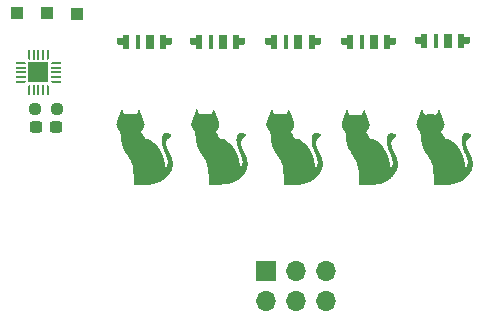
<source format=gbr>
%TF.GenerationSoftware,KiCad,Pcbnew,8.0.2-1*%
%TF.CreationDate,2024-08-22T14:08:19+02:00*%
%TF.ProjectId,Wiccon_social_bat,57696363-6f6e-45f7-936f-6369616c5f62,rev?*%
%TF.SameCoordinates,Original*%
%TF.FileFunction,Soldermask,Bot*%
%TF.FilePolarity,Negative*%
%FSLAX46Y46*%
G04 Gerber Fmt 4.6, Leading zero omitted, Abs format (unit mm)*
G04 Created by KiCad (PCBNEW 8.0.2-1) date 2024-08-22 14:08:19*
%MOMM*%
%LPD*%
G01*
G04 APERTURE LIST*
G04 Aperture macros list*
%AMRoundRect*
0 Rectangle with rounded corners*
0 $1 Rounding radius*
0 $2 $3 $4 $5 $6 $7 $8 $9 X,Y pos of 4 corners*
0 Add a 4 corners polygon primitive as box body*
4,1,4,$2,$3,$4,$5,$6,$7,$8,$9,$2,$3,0*
0 Add four circle primitives for the rounded corners*
1,1,$1+$1,$2,$3*
1,1,$1+$1,$4,$5*
1,1,$1+$1,$6,$7*
1,1,$1+$1,$8,$9*
0 Add four rect primitives between the rounded corners*
20,1,$1+$1,$2,$3,$4,$5,0*
20,1,$1+$1,$4,$5,$6,$7,0*
20,1,$1+$1,$6,$7,$8,$9,0*
20,1,$1+$1,$8,$9,$2,$3,0*%
%AMFreePoly0*
4,1,13,0.275000,-0.600000,-0.275000,-0.600000,-0.275000,-0.350000,-0.675000,-0.350000,-0.710355,-0.335355,-0.725000,-0.300000,-0.725000,0.180000,-0.710355,0.215355,-0.675000,0.230000,-0.275000,0.230000,-0.275000,0.600000,0.275000,0.600000,0.275000,-0.600000,0.275000,-0.600000,$1*%
%AMFreePoly1*
4,1,13,0.275000,0.230000,0.675000,0.230000,0.710355,0.215355,0.725000,0.180000,0.725000,-0.300000,0.710355,-0.335355,0.675000,-0.350000,0.275000,-0.350000,0.275000,-0.600000,-0.275000,-0.600000,-0.275000,0.600000,0.275000,0.600000,0.275000,0.230000,0.275000,0.230000,$1*%
%AMFreePoly2*
4,1,14,0.085355,0.385355,0.100000,0.350000,0.100000,-0.350000,0.085355,-0.385355,0.050000,-0.400000,-0.050000,-0.400000,-0.085355,-0.385355,-0.100000,-0.350000,-0.100000,0.299289,-0.085355,0.334644,-0.034644,0.385355,0.000711,0.400000,0.050000,0.400000,0.085355,0.385355,0.085355,0.385355,$1*%
%AMFreePoly3*
4,1,14,0.034644,0.385355,0.085355,0.334644,0.100000,0.299289,0.100000,-0.350000,0.085355,-0.385355,0.050000,-0.400000,-0.050000,-0.400000,-0.085355,-0.385355,-0.100000,-0.350000,-0.100000,0.350000,-0.085355,0.385355,-0.050000,0.400000,-0.000711,0.400000,0.034644,0.385355,0.034644,0.385355,$1*%
%AMFreePoly4*
4,1,14,0.385355,0.085355,0.400000,0.050000,0.400000,-0.050000,0.385355,-0.085355,0.350000,-0.100000,-0.299289,-0.100000,-0.334644,-0.085355,-0.385355,-0.034644,-0.400000,0.000711,-0.400000,0.050000,-0.385355,0.085355,-0.350000,0.100000,0.350000,0.100000,0.385355,0.085355,0.385355,0.085355,$1*%
%AMFreePoly5*
4,1,14,0.385355,0.085355,0.400000,0.050000,0.400000,-0.050000,0.385355,-0.085355,0.350000,-0.100000,-0.350000,-0.100000,-0.385355,-0.085355,-0.400000,-0.050000,-0.400000,-0.000711,-0.385355,0.034644,-0.334644,0.085355,-0.299289,0.100000,0.350000,0.100000,0.385355,0.085355,0.385355,0.085355,$1*%
%AMFreePoly6*
4,1,14,0.085355,0.385355,0.100000,0.350000,0.100000,-0.299289,0.085355,-0.334644,0.034644,-0.385355,-0.000711,-0.400000,-0.050000,-0.400000,-0.085355,-0.385355,-0.100000,-0.350000,-0.100000,0.350000,-0.085355,0.385355,-0.050000,0.400000,0.050000,0.400000,0.085355,0.385355,0.085355,0.385355,$1*%
%AMFreePoly7*
4,1,14,0.085355,0.385355,0.100000,0.350000,0.100000,-0.350000,0.085355,-0.385355,0.050000,-0.400000,0.000711,-0.400000,-0.034644,-0.385355,-0.085355,-0.334644,-0.100000,-0.299289,-0.100000,0.350000,-0.085355,0.385355,-0.050000,0.400000,0.050000,0.400000,0.085355,0.385355,0.085355,0.385355,$1*%
%AMFreePoly8*
4,1,14,0.334644,0.085355,0.385355,0.034644,0.400000,-0.000711,0.400000,-0.050000,0.385355,-0.085355,0.350000,-0.100000,-0.350000,-0.100000,-0.385355,-0.085355,-0.400000,-0.050000,-0.400000,0.050000,-0.385355,0.085355,-0.350000,0.100000,0.299289,0.100000,0.334644,0.085355,0.334644,0.085355,$1*%
%AMFreePoly9*
4,1,14,0.385355,0.085355,0.400000,0.050000,0.400000,0.000711,0.385355,-0.034644,0.334644,-0.085355,0.299289,-0.100000,-0.350000,-0.100000,-0.385355,-0.085355,-0.400000,-0.050000,-0.400000,0.050000,-0.385355,0.085355,-0.350000,0.100000,0.350000,0.100000,0.385355,0.085355,0.385355,0.085355,$1*%
G04 Aperture macros list end*
%ADD10C,0.000000*%
%ADD11FreePoly0,180.000000*%
%ADD12R,0.700000X1.200000*%
%ADD13R,0.450000X1.200000*%
%ADD14FreePoly1,180.000000*%
%ADD15O,1.700000X1.700000*%
%ADD16R,1.700000X1.700000*%
%ADD17RoundRect,0.237500X-0.300000X-0.237500X0.300000X-0.237500X0.300000X0.237500X-0.300000X0.237500X0*%
%ADD18FreePoly2,0.000000*%
%ADD19RoundRect,0.050000X-0.050000X-0.350000X0.050000X-0.350000X0.050000X0.350000X-0.050000X0.350000X0*%
%ADD20FreePoly3,0.000000*%
%ADD21FreePoly4,0.000000*%
%ADD22RoundRect,0.050000X-0.350000X-0.050000X0.350000X-0.050000X0.350000X0.050000X-0.350000X0.050000X0*%
%ADD23FreePoly5,0.000000*%
%ADD24FreePoly6,0.000000*%
%ADD25FreePoly7,0.000000*%
%ADD26FreePoly8,0.000000*%
%ADD27FreePoly9,0.000000*%
%ADD28RoundRect,0.237500X-0.250000X-0.237500X0.250000X-0.237500X0.250000X0.237500X-0.250000X0.237500X0*%
%ADD29R,1.000000X1.000000*%
G04 APERTURE END LIST*
D10*
%TO.C,TP17*%
G36*
X144489659Y-43902179D02*
G01*
X144498640Y-43925235D01*
X144560734Y-44081734D01*
X144648590Y-44318960D01*
X144650481Y-44322364D01*
X144653381Y-44327029D01*
X144656659Y-44332072D01*
X144660442Y-44337241D01*
X144665233Y-44343167D01*
X144669015Y-44346949D01*
X144673554Y-44350984D01*
X144677462Y-44353884D01*
X144681623Y-44356657D01*
X144686666Y-44359809D01*
X144692213Y-44362331D01*
X144698139Y-44364600D01*
X144704191Y-44366618D01*
X144709612Y-44368004D01*
X144714908Y-44369139D01*
X144720329Y-44370022D01*
X144728287Y-44370985D01*
X144735293Y-44371461D01*
X144742095Y-44371733D01*
X144751414Y-44371870D01*
X144759984Y-44371802D01*
X144772500Y-44371325D01*
X144782634Y-44370645D01*
X144793925Y-44369625D01*
X144843891Y-44365446D01*
X144866966Y-44363480D01*
X144877957Y-44362461D01*
X144885381Y-44361879D01*
X144891350Y-44361442D01*
X144897391Y-44361130D01*
X144946987Y-44358335D01*
X144968916Y-44357126D01*
X144978357Y-44356572D01*
X144987248Y-44356096D01*
X144992158Y-44355830D01*
X144996018Y-44355682D01*
X144999715Y-44355564D01*
X145009140Y-44355300D01*
X145015819Y-44355095D01*
X145020174Y-44354963D01*
X145033817Y-44354584D01*
X145038405Y-44354462D01*
X145041394Y-44354340D01*
X145045443Y-44354236D01*
X145049266Y-44354114D01*
X145052238Y-44354062D01*
X145116757Y-44352772D01*
X145128430Y-44352613D01*
X145150508Y-44352613D01*
X145162420Y-44352534D01*
X145175761Y-44352454D01*
X145201838Y-44352181D01*
X145209120Y-44352330D01*
X145215477Y-44352390D01*
X145220730Y-44352509D01*
X145242206Y-44352849D01*
X145252936Y-44353005D01*
X145262276Y-44353203D01*
X145268115Y-44353274D01*
X145273622Y-44353416D01*
X145279936Y-44353511D01*
X145288280Y-44353655D01*
X145296418Y-44353749D01*
X145301744Y-44353861D01*
X145306732Y-44353955D01*
X145313806Y-44354212D01*
X145318583Y-44354393D01*
X145326594Y-44354656D01*
X145331125Y-44354836D01*
X145340326Y-44355178D01*
X145343823Y-44355303D01*
X145353875Y-44355650D01*
X145360842Y-44355885D01*
X145366530Y-44356119D01*
X145372943Y-44356353D01*
X145377054Y-44356544D01*
X145380405Y-44356594D01*
X145383302Y-44356720D01*
X145386829Y-44356796D01*
X145391187Y-44356972D01*
X145394865Y-44357098D01*
X145398921Y-44357274D01*
X145402826Y-44357400D01*
X145406428Y-44357552D01*
X145415077Y-44357959D01*
X145419472Y-44358140D01*
X145424979Y-44358450D01*
X145435060Y-44358982D01*
X145442593Y-44359386D01*
X145449454Y-44359688D01*
X145478210Y-44361279D01*
X145483228Y-44361572D01*
X145487145Y-44361763D01*
X145490329Y-44361939D01*
X145502644Y-44362551D01*
X145512457Y-44363068D01*
X145520591Y-44363584D01*
X145527864Y-44364057D01*
X145534965Y-44364531D01*
X145567878Y-44366793D01*
X145579085Y-44367516D01*
X145589448Y-44368239D01*
X145600012Y-44368922D01*
X145608689Y-44369524D01*
X145618007Y-44370247D01*
X145631840Y-44371198D01*
X145641808Y-44371555D01*
X145646152Y-44371615D01*
X145650674Y-44371644D01*
X145655226Y-44371585D01*
X145659154Y-44371525D01*
X145662397Y-44371257D01*
X145666116Y-44370990D01*
X145669746Y-44370692D01*
X145672186Y-44370365D01*
X145679820Y-44369215D01*
X145682616Y-44368606D01*
X145685882Y-44367886D01*
X145688677Y-44367139D01*
X145692358Y-44366004D01*
X145695292Y-44365035D01*
X145698697Y-44363679D01*
X145708947Y-44358487D01*
X145712884Y-44355943D01*
X145716336Y-44353460D01*
X145720274Y-44350128D01*
X145724180Y-44346373D01*
X145726755Y-44343556D01*
X145729904Y-44339862D01*
X145733736Y-44334533D01*
X145736160Y-44330915D01*
X145738412Y-44327297D01*
X145740529Y-44323611D01*
X145742850Y-44319447D01*
X145745376Y-44314020D01*
X145747253Y-44310026D01*
X145748447Y-44307261D01*
X145749920Y-44303708D01*
X145752003Y-44298534D01*
X145754215Y-44292970D01*
X145756135Y-44287894D01*
X145758055Y-44283143D01*
X145759845Y-44278359D01*
X145766255Y-44261774D01*
X145769960Y-44252410D01*
X145772158Y-44246628D01*
X145780623Y-44224857D01*
X145782417Y-44220161D01*
X145784078Y-44215908D01*
X145785186Y-44213094D01*
X145792042Y-44195490D01*
X145793564Y-44191390D01*
X145794865Y-44188173D01*
X145795848Y-44185669D01*
X145796805Y-44183017D01*
X145797591Y-44181028D01*
X145801477Y-44170801D01*
X145804068Y-44164195D01*
X145806788Y-44157459D01*
X145808472Y-44152828D01*
X145809929Y-44149330D01*
X145873998Y-43984052D01*
X145899609Y-43917710D01*
X145915629Y-43876765D01*
X145916440Y-43878794D01*
X145929253Y-43910698D01*
X145934771Y-43924575D01*
X145938240Y-43933330D01*
X145957354Y-43980897D01*
X145962204Y-43992979D01*
X145989823Y-44062037D01*
X146022941Y-44144693D01*
X146025237Y-44150418D01*
X146057381Y-44230645D01*
X146060146Y-44237525D01*
X146061474Y-44240878D01*
X146083839Y-44297005D01*
X146088833Y-44309732D01*
X146092236Y-44318438D01*
X146116202Y-44378804D01*
X146118255Y-44383912D01*
X146125850Y-44403098D01*
X146128033Y-44408558D01*
X146132364Y-44419475D01*
X146133456Y-44422248D01*
X146134610Y-44425121D01*
X146135263Y-44426752D01*
X146192088Y-44572664D01*
X146228093Y-44667498D01*
X146275438Y-44801960D01*
X146302186Y-44879631D01*
X146312216Y-44910236D01*
X146325190Y-44950496D01*
X146335741Y-44984295D01*
X146341106Y-45002178D01*
X146345219Y-45016663D01*
X146348774Y-45028139D01*
X146360083Y-45068087D01*
X146366687Y-45092619D01*
X146370228Y-45106529D01*
X146372567Y-45115824D01*
X146373480Y-45120621D01*
X146374365Y-45125433D01*
X146375273Y-45130041D01*
X146378962Y-45151870D01*
X146380948Y-45163500D01*
X146382934Y-45178818D01*
X146384068Y-45194703D01*
X146385203Y-45214559D01*
X146385486Y-45232145D01*
X146384635Y-45254554D01*
X146383784Y-45269305D01*
X146381186Y-45291660D01*
X146377783Y-45314509D01*
X146375838Y-45329823D01*
X146370247Y-45352186D01*
X146362469Y-45382084D01*
X146353475Y-45407364D01*
X146344481Y-45431428D01*
X146334646Y-45453226D01*
X146317033Y-45487447D01*
X146294386Y-45527707D01*
X146249597Y-45591117D01*
X146176122Y-45680696D01*
X146126804Y-45739073D01*
X146072205Y-45802548D01*
X146083811Y-45821971D01*
X146111724Y-45868109D01*
X146128076Y-45895105D01*
X146141429Y-45916973D01*
X146229134Y-46061677D01*
X146278621Y-46142657D01*
X146301645Y-46181030D01*
X146431233Y-46390514D01*
X146433164Y-46393563D01*
X146435094Y-46396306D01*
X146436822Y-46398135D01*
X146439972Y-46401184D01*
X146442817Y-46403724D01*
X146446272Y-46406264D01*
X146450032Y-46408805D01*
X146455316Y-46411650D01*
X146459685Y-46414089D01*
X146463648Y-46415918D01*
X146469542Y-46418153D01*
X146474521Y-46420084D01*
X146479093Y-46421506D01*
X146485190Y-46423234D01*
X146489510Y-46424403D01*
X146492851Y-46425145D01*
X146497584Y-46426073D01*
X146501759Y-46426537D01*
X146506770Y-46427001D01*
X146511688Y-46427372D01*
X146517163Y-46427558D01*
X146522731Y-46427743D01*
X146528484Y-46428022D01*
X146533959Y-46428207D01*
X146537857Y-46428207D01*
X146542311Y-46428300D01*
X146547229Y-46428486D01*
X146550199Y-46428764D01*
X146576274Y-46430806D01*
X146581138Y-46431148D01*
X146584329Y-46431470D01*
X146589775Y-46432050D01*
X146596865Y-46432856D01*
X146627667Y-46436768D01*
X146639286Y-46438509D01*
X146648141Y-46439840D01*
X146662730Y-46442706D01*
X146676602Y-46445368D01*
X146687248Y-46447722D01*
X146703957Y-46451568D01*
X146713000Y-46453688D01*
X146724413Y-46456807D01*
X146736637Y-46460112D01*
X146746740Y-46463106D01*
X146757203Y-46466367D01*
X146772735Y-46471269D01*
X146785171Y-46475810D01*
X146803748Y-46482518D01*
X146811849Y-46485769D01*
X146825351Y-46491367D01*
X146833919Y-46494846D01*
X146841390Y-46498215D01*
X146848750Y-46501621D01*
X146855305Y-46504587D01*
X146868491Y-46510879D01*
X146876818Y-46515142D01*
X146884500Y-46518958D01*
X146891489Y-46522576D01*
X146897982Y-46526194D01*
X146905020Y-46530159D01*
X146911116Y-46533579D01*
X146919143Y-46538041D01*
X146929882Y-46544619D01*
X146936460Y-46548646D01*
X146942635Y-46552405D01*
X146950756Y-46557573D01*
X146959414Y-46563479D01*
X146970959Y-46571265D01*
X146978745Y-46576702D01*
X147006337Y-46597496D01*
X147032997Y-46618824D01*
X147053125Y-46634953D01*
X147118261Y-46687339D01*
X147143202Y-46709313D01*
X147229688Y-46785969D01*
X147242603Y-46798470D01*
X147255766Y-46811302D01*
X147281016Y-46835973D01*
X147297740Y-46852448D01*
X147323172Y-46877439D01*
X147337014Y-46890906D01*
X147349640Y-46904654D01*
X147364075Y-46920518D01*
X147379178Y-46936920D01*
X147396979Y-46956220D01*
X147411642Y-46972174D01*
X147422669Y-46984256D01*
X147429321Y-46991363D01*
X147434013Y-46996442D01*
X147436701Y-46999554D01*
X147439208Y-47002574D01*
X147441948Y-47005859D01*
X147443816Y-47008133D01*
X147447185Y-47012223D01*
X147449591Y-47015105D01*
X147451169Y-47017036D01*
X147454355Y-47020910D01*
X147457210Y-47024387D01*
X147459991Y-47027626D01*
X147464494Y-47033097D01*
X147467290Y-47036504D01*
X147485750Y-47058743D01*
X147491915Y-47066200D01*
X147498191Y-47073805D01*
X147507611Y-47085105D01*
X147513139Y-47091862D01*
X147517746Y-47097389D01*
X147520637Y-47100895D01*
X147616219Y-47230377D01*
X147699508Y-47356881D01*
X147785154Y-47506959D01*
X147821369Y-47577467D01*
X147842843Y-47622978D01*
X147895621Y-47743373D01*
X147918848Y-47803576D01*
X147940031Y-47858577D01*
X147949507Y-47887007D01*
X147977056Y-47971215D01*
X147984957Y-47994041D01*
X147992156Y-48021257D01*
X148005752Y-48071063D01*
X148011979Y-48093574D01*
X148016864Y-48111008D01*
X148023209Y-48134719D01*
X148025092Y-48143162D01*
X148027235Y-48152515D01*
X148029017Y-48161045D01*
X148030213Y-48166194D01*
X148030742Y-48168616D01*
X148032857Y-48178259D01*
X148033869Y-48182555D01*
X148034817Y-48186967D01*
X148035449Y-48189722D01*
X148037249Y-48197894D01*
X148037783Y-48200252D01*
X148038134Y-48201725D01*
X148038404Y-48203003D01*
X148038658Y-48204095D01*
X148040256Y-48211239D01*
X148040567Y-48212619D01*
X148040774Y-48213603D01*
X148041018Y-48214669D01*
X148041219Y-48215512D01*
X148041392Y-48216304D01*
X148041503Y-48216840D01*
X148059689Y-48306289D01*
X148070428Y-48364212D01*
X148079540Y-48422786D01*
X148083216Y-48444941D01*
X148086401Y-48467767D01*
X148090117Y-48498025D01*
X148094629Y-48533591D01*
X148099406Y-48575262D01*
X148102326Y-48603132D01*
X148103656Y-48621597D01*
X148104660Y-48644793D01*
X148105129Y-48655157D01*
X148105474Y-48663418D01*
X148105731Y-48687033D01*
X148103445Y-48821283D01*
X148101577Y-48874354D01*
X148100829Y-48903320D01*
X148100082Y-48952654D01*
X148099923Y-48978053D01*
X148103204Y-48974282D01*
X148106424Y-48970573D01*
X148107953Y-48968821D01*
X148146080Y-48924806D01*
X148155167Y-48914204D01*
X148162654Y-48905549D01*
X148180860Y-48883596D01*
X148187972Y-48874538D01*
X148195295Y-48865141D01*
X148207812Y-48848258D01*
X148215331Y-48837393D01*
X148220058Y-48830400D01*
X148225019Y-48823107D01*
X148228214Y-48818188D01*
X148230642Y-48814322D01*
X148233453Y-48809786D01*
X148234922Y-48807422D01*
X148238145Y-48802281D01*
X148241340Y-48797008D01*
X148244382Y-48792003D01*
X148247038Y-48787230D01*
X148249887Y-48782341D01*
X148252273Y-48778221D01*
X148254198Y-48774834D01*
X148259430Y-48765175D01*
X148261021Y-48762173D01*
X148262871Y-48758581D01*
X148264235Y-48755943D01*
X148269873Y-48745202D01*
X148270784Y-48743308D01*
X148271196Y-48742446D01*
X148271670Y-48741438D01*
X148271986Y-48740794D01*
X148272738Y-48739179D01*
X148273394Y-48737783D01*
X148274244Y-48735998D01*
X148278787Y-48726441D01*
X148281186Y-48721304D01*
X148283970Y-48715103D01*
X148285464Y-48711527D01*
X148289329Y-48702456D01*
X148290422Y-48699831D01*
X148291354Y-48697691D01*
X148292520Y-48694943D01*
X148293469Y-48692505D01*
X148294538Y-48689572D01*
X148295498Y-48686859D01*
X148298066Y-48679664D01*
X148299262Y-48676398D01*
X148304169Y-48662759D01*
X148307244Y-48654090D01*
X148311524Y-48642053D01*
X148311898Y-48640655D01*
X148312853Y-48637264D01*
X148316683Y-48623265D01*
X148318383Y-48617007D01*
X148319779Y-48611747D01*
X148320409Y-48609498D01*
X148320894Y-48607683D01*
X148324692Y-48593790D01*
X148325329Y-48591411D01*
X148325731Y-48589869D01*
X148330368Y-48565698D01*
X148335682Y-48539267D01*
X148337080Y-48528919D01*
X148338199Y-48518011D01*
X148339318Y-48507943D01*
X148340357Y-48498936D01*
X148341088Y-48492469D01*
X148341632Y-48487833D01*
X148341953Y-48484992D01*
X148342614Y-48471187D01*
X148342843Y-48466194D01*
X148343170Y-48458376D01*
X148343504Y-48452130D01*
X148343614Y-48449806D01*
X148343988Y-48442299D01*
X148344090Y-48440095D01*
X148344157Y-48438582D01*
X148344451Y-48432337D01*
X148344431Y-48430678D01*
X148344396Y-48429033D01*
X148344178Y-48415358D01*
X148344075Y-48409898D01*
X148344040Y-48406594D01*
X148343771Y-48390036D01*
X148343721Y-48384949D01*
X148343622Y-48378282D01*
X148343128Y-48371960D01*
X148342239Y-48360700D01*
X148341850Y-48355848D01*
X148341511Y-48351416D01*
X148341285Y-48348183D01*
X148341068Y-48345598D01*
X148340954Y-48343853D01*
X148340410Y-48336724D01*
X148339721Y-48327500D01*
X148331314Y-48265702D01*
X148311677Y-48167059D01*
X148294122Y-48101900D01*
X148280436Y-48055783D01*
X148257526Y-47989136D01*
X148236699Y-47934688D01*
X148202391Y-47843463D01*
X148186022Y-47800558D01*
X148176890Y-47776608D01*
X148128996Y-47650552D01*
X148108554Y-47596914D01*
X148071472Y-47498838D01*
X148051511Y-47445552D01*
X148040516Y-47416626D01*
X147943629Y-47161553D01*
X147936390Y-47140380D01*
X147928428Y-47115770D01*
X147919018Y-47086455D01*
X147910735Y-47058451D01*
X147905123Y-47038245D01*
X147898668Y-47017197D01*
X147893897Y-46995588D01*
X147887162Y-46967243D01*
X147880707Y-46941705D01*
X147875094Y-46915606D01*
X147870885Y-46893435D01*
X147866675Y-46873510D01*
X147861904Y-46846288D01*
X147853255Y-46783246D01*
X147843608Y-46717861D01*
X147838249Y-46663196D01*
X147836105Y-46602099D01*
X147830746Y-46534571D01*
X147830746Y-46454181D01*
X147832890Y-46384509D01*
X147838249Y-46320196D01*
X147850040Y-46256956D01*
X147874693Y-46172278D01*
X147911136Y-46098318D01*
X147931895Y-46066081D01*
X147952826Y-46040320D01*
X147971610Y-46021000D01*
X147993614Y-46000606D01*
X148019375Y-45982358D01*
X148042989Y-45967868D01*
X148073580Y-45953914D01*
X148096121Y-45945327D01*
X148122955Y-45937277D01*
X148151400Y-45931373D01*
X148184674Y-45928153D01*
X148210700Y-45926833D01*
X148227091Y-45926833D01*
X148240204Y-45927578D01*
X148253912Y-45928621D01*
X148262704Y-45929515D01*
X148274028Y-45930707D01*
X148290270Y-45932793D01*
X148305469Y-45934730D01*
X148323498Y-45938008D01*
X148345551Y-45942330D01*
X148362389Y-45945906D01*
X148401311Y-45955416D01*
X148426732Y-45962119D01*
X148461668Y-45972862D01*
X148479259Y-45978856D01*
X148488210Y-45981930D01*
X148533488Y-45998605D01*
X148556567Y-46008477D01*
X148566578Y-46013551D01*
X148578743Y-46021198D01*
X148584721Y-46025470D01*
X148590158Y-46029820D01*
X148594229Y-46033389D01*
X148600664Y-46039725D01*
X148604708Y-46043991D01*
X148608640Y-46048816D01*
X148611512Y-46052720D01*
X148615523Y-46058588D01*
X148618925Y-46064311D01*
X148621400Y-46069106D01*
X148623835Y-46074740D01*
X148625386Y-46078652D01*
X148626245Y-46081110D01*
X148627143Y-46083900D01*
X148628043Y-46087085D01*
X148628907Y-46090253D01*
X148629569Y-46093363D01*
X148630166Y-46096335D01*
X148630504Y-46098243D01*
X148630582Y-46098848D01*
X148630856Y-46100935D01*
X148630990Y-46102052D01*
X148631079Y-46102778D01*
X148631329Y-46104609D01*
X148631441Y-46105441D01*
X148631502Y-46106457D01*
X148631812Y-46112226D01*
X148631812Y-46122371D01*
X148631175Y-46129771D01*
X148629508Y-46140210D01*
X148628456Y-46145183D01*
X148627591Y-46148508D01*
X148626677Y-46152066D01*
X148626328Y-46153263D01*
X148623718Y-46161184D01*
X148621126Y-46167959D01*
X148620164Y-46170413D01*
X148615262Y-46180782D01*
X148608741Y-46192798D01*
X148602220Y-46203303D01*
X148594914Y-46213688D01*
X148587527Y-46223244D01*
X148586449Y-46224612D01*
X148585623Y-46225639D01*
X148566159Y-46249118D01*
X148542924Y-46275715D01*
X148514962Y-46305041D01*
X148511535Y-46308345D01*
X148504026Y-46315809D01*
X148499035Y-46320685D01*
X148484661Y-46334433D01*
X148476857Y-46341473D01*
X148454861Y-46361114D01*
X148425069Y-46386290D01*
X148404846Y-46402695D01*
X148392210Y-46412844D01*
X148377984Y-46425776D01*
X148358843Y-46444141D01*
X148335823Y-46468972D01*
X148322373Y-46485526D01*
X148310992Y-46501045D01*
X148297283Y-46520444D01*
X148279763Y-46551350D01*
X148269607Y-46571098D01*
X148260649Y-46591558D01*
X148255592Y-46604791D01*
X148250197Y-46619373D01*
X148246067Y-46632607D01*
X148242106Y-46646936D01*
X148239324Y-46656460D01*
X148236796Y-46667814D01*
X148234224Y-46679327D01*
X148233428Y-46683553D01*
X148232226Y-46690745D01*
X148231280Y-46696611D01*
X148230730Y-46699831D01*
X148230452Y-46701694D01*
X148230182Y-46703278D01*
X148228786Y-46712003D01*
X148228577Y-46713651D01*
X148228367Y-46716047D01*
X148227918Y-46719641D01*
X148225905Y-46738707D01*
X148225166Y-46749666D01*
X148224551Y-46765428D01*
X148224058Y-46779465D01*
X148223689Y-46791409D01*
X148224598Y-46824022D01*
X148227631Y-46859350D01*
X148230486Y-46891466D01*
X148233236Y-46911272D01*
X148234467Y-46920503D01*
X148235821Y-46930308D01*
X148236969Y-46936995D01*
X148244565Y-46982877D01*
X148261112Y-47049064D01*
X148284898Y-47127661D01*
X148310752Y-47202121D01*
X148330401Y-47248658D01*
X148353153Y-47300367D01*
X148375904Y-47350007D01*
X148407964Y-47414125D01*
X148426428Y-47450335D01*
X148445034Y-47484866D01*
X148460791Y-47514704D01*
X148469507Y-47531345D01*
X148474832Y-47541577D01*
X148484341Y-47559965D01*
X148501198Y-47592404D01*
X148506051Y-47601800D01*
X148508006Y-47605536D01*
X148514754Y-47618559D01*
X148517667Y-47624158D01*
X148519585Y-47627890D01*
X148521260Y-47631103D01*
X148522736Y-47633975D01*
X148527189Y-47642541D01*
X148528415Y-47644871D01*
X148536098Y-47659729D01*
X148538145Y-47663766D01*
X148539592Y-47666828D01*
X148542522Y-47672987D01*
X148544392Y-47676912D01*
X148546139Y-47680611D01*
X148550975Y-47690696D01*
X148552639Y-47694193D01*
X148553747Y-47696510D01*
X148554330Y-47697775D01*
X148556956Y-47703282D01*
X148559789Y-47709148D01*
X148561668Y-47713135D01*
X148562101Y-47713989D01*
X148586810Y-47766830D01*
X148602924Y-47804343D01*
X148617454Y-47837365D01*
X148627345Y-47861707D01*
X148630359Y-47869280D01*
X148639962Y-47892703D01*
X148643683Y-47901915D01*
X148646134Y-47907905D01*
X148648629Y-47914530D01*
X148650944Y-47921020D01*
X148667426Y-47966025D01*
X148670635Y-47974797D01*
X148672074Y-47978706D01*
X148676496Y-47990931D01*
X148677929Y-47995201D01*
X148679333Y-47999670D01*
X148680679Y-48003968D01*
X148682759Y-48011035D01*
X148693220Y-48041942D01*
X148705583Y-48081408D01*
X148712002Y-48107085D01*
X148718621Y-48130776D01*
X148720171Y-48136589D01*
X148721666Y-48142015D01*
X148723438Y-48148991D01*
X148724853Y-48153804D01*
X148725673Y-48156953D01*
X148726558Y-48160122D01*
X148726935Y-48161693D01*
X148727172Y-48162727D01*
X148727375Y-48163697D01*
X148729152Y-48171784D01*
X148729667Y-48174077D01*
X148729812Y-48174825D01*
X148731192Y-48181128D01*
X148731608Y-48183067D01*
X148731890Y-48184327D01*
X148733991Y-48193890D01*
X148734379Y-48195636D01*
X148735647Y-48201488D01*
X148736766Y-48206588D01*
X148737914Y-48211722D01*
X148738805Y-48215839D01*
X148740011Y-48221450D01*
X148740540Y-48223775D01*
X148740763Y-48224893D01*
X148741031Y-48226043D01*
X148741271Y-48227137D01*
X148746641Y-48253285D01*
X148749194Y-48268021D01*
X148751166Y-48280437D01*
X148752791Y-48290996D01*
X148759216Y-48330947D01*
X148759930Y-48334338D01*
X148762340Y-48357004D01*
X148765106Y-48383150D01*
X148766802Y-48399570D01*
X148768122Y-48412152D01*
X148769318Y-48423096D01*
X148769485Y-48428166D01*
X148770655Y-48452628D01*
X148773218Y-48513942D01*
X148772881Y-48534863D01*
X148771531Y-48608083D01*
X148764783Y-48696487D01*
X148752101Y-48777817D01*
X148744957Y-48815920D01*
X148730076Y-48884221D01*
X148716437Y-48933470D01*
X148699768Y-48981205D01*
X148681963Y-49028181D01*
X148671166Y-49052238D01*
X148630734Y-49141734D01*
X148613207Y-49174490D01*
X148593239Y-49214547D01*
X148582531Y-49233059D01*
X148576723Y-49242859D01*
X148569373Y-49255291D01*
X148565698Y-49261507D01*
X148526744Y-49325675D01*
X148491205Y-49378273D01*
X148463342Y-49418362D01*
X148442445Y-49445941D01*
X148431996Y-49459730D01*
X148426772Y-49466625D01*
X148403150Y-49494982D01*
X148376027Y-49528001D01*
X148354447Y-49552176D01*
X148343657Y-49564264D01*
X148320519Y-49590999D01*
X148293144Y-49618921D01*
X148263396Y-49649764D01*
X148254773Y-49657931D01*
X148244318Y-49667146D01*
X148230340Y-49681842D01*
X148208118Y-49702988D01*
X148173709Y-49733096D01*
X148121379Y-49776824D01*
X148048619Y-49834171D01*
X147951845Y-49901913D01*
X147866610Y-49955059D01*
X147786868Y-50003109D01*
X147695880Y-50048091D01*
X147619204Y-50084896D01*
X147543551Y-50114543D01*
X147415759Y-50164638D01*
X147314548Y-50194286D01*
X147164852Y-50236647D01*
X146996481Y-50269941D01*
X146776743Y-50304186D01*
X146464129Y-50335233D01*
X146170531Y-50350509D01*
X145992843Y-50352476D01*
X145857784Y-50351589D01*
X145795911Y-50349280D01*
X145689183Y-50345218D01*
X145555260Y-50331477D01*
X145520658Y-50323204D01*
X145511102Y-50318636D01*
X145507426Y-50313840D01*
X145490831Y-49990889D01*
X145474161Y-49672334D01*
X145442816Y-49066064D01*
X145423169Y-48943221D01*
X145408383Y-48863100D01*
X145372379Y-48700167D01*
X145342568Y-48585198D01*
X145305238Y-48470791D01*
X145277315Y-48396361D01*
X145247830Y-48324676D01*
X145140023Y-48116967D01*
X145080657Y-48030201D01*
X144943981Y-47823194D01*
X144822974Y-47625714D01*
X144764666Y-47525440D01*
X144688215Y-47385202D01*
X144583620Y-47170744D01*
X144522863Y-47018093D01*
X144505992Y-46965408D01*
X144478780Y-46875476D01*
X144439630Y-46716976D01*
X144419112Y-46606179D01*
X144406236Y-46528432D01*
X144396860Y-46461757D01*
X144389635Y-46410173D01*
X144371570Y-46251734D01*
X144357354Y-46102459D01*
X144341476Y-45932294D01*
X144336296Y-45875339D01*
X144333068Y-45852541D01*
X144327419Y-45830954D01*
X144320559Y-45812797D01*
X144314252Y-45798395D01*
X144310947Y-45791630D01*
X144306476Y-45782890D01*
X144301183Y-45773948D01*
X144296256Y-45766222D01*
X144290618Y-45758317D01*
X144284017Y-45749689D01*
X144276916Y-45741681D01*
X144268665Y-45733430D01*
X144258731Y-45723416D01*
X144227508Y-45691761D01*
X144223586Y-45687750D01*
X144216278Y-45679417D01*
X144209147Y-45671351D01*
X144187449Y-45646662D01*
X144182125Y-45640586D01*
X144168472Y-45622817D01*
X144148315Y-45596788D01*
X144147270Y-45595516D01*
X144146102Y-45593947D01*
X144138691Y-45582915D01*
X144126664Y-45564968D01*
X144119655Y-45554484D01*
X144113186Y-45544970D01*
X144107535Y-45535187D01*
X144100629Y-45523625D01*
X144093933Y-45511696D01*
X144090381Y-45505033D01*
X144084503Y-45494161D01*
X144073000Y-45470992D01*
X144065259Y-45453716D01*
X144057329Y-45434931D01*
X144040978Y-45391734D01*
X144027080Y-45339556D01*
X144020924Y-45308548D01*
X144016740Y-45284396D01*
X144013698Y-45259104D01*
X144011088Y-45223682D01*
X144010665Y-45193744D01*
X144010803Y-45176003D01*
X144011698Y-45151872D01*
X144012594Y-45140024D01*
X144013489Y-45129898D01*
X144015599Y-45108221D01*
X144017626Y-45094031D01*
X144021004Y-45072545D01*
X144024788Y-45052680D01*
X144029234Y-45031109D01*
X144036784Y-45000460D01*
X144043102Y-44977147D01*
X144046147Y-44967223D01*
X144055419Y-44939213D01*
X144069608Y-44900542D01*
X144080877Y-44870891D01*
X144096883Y-44829990D01*
X144115511Y-44782829D01*
X144134185Y-44735247D01*
X144151256Y-44692033D01*
X144159452Y-44671292D01*
X144165422Y-44656079D01*
X144174203Y-44633599D01*
X144179040Y-44621079D01*
X144193785Y-44582913D01*
X144201807Y-44562148D01*
X144209829Y-44541384D01*
X144217851Y-44520620D01*
X144221212Y-44511919D01*
X144224574Y-44503217D01*
X144229234Y-44491155D01*
X144232596Y-44482453D01*
X144237256Y-44470390D01*
X144240617Y-44461689D01*
X144243979Y-44452987D01*
X144248639Y-44440925D01*
X144252001Y-44432223D01*
X144256661Y-44420161D01*
X144260023Y-44411459D01*
X144267709Y-44391562D01*
X144294017Y-44323021D01*
X144298752Y-44310691D01*
X144301989Y-44302161D01*
X144309969Y-44281564D01*
X144311635Y-44277160D01*
X144313276Y-44272898D01*
X144321300Y-44252064D01*
X144324675Y-44243475D01*
X144326048Y-44239954D01*
X144329305Y-44231258D01*
X144332673Y-44222536D01*
X144337346Y-44210539D01*
X144339050Y-44206133D01*
X144340685Y-44201807D01*
X144344075Y-44193145D01*
X144348724Y-44180976D01*
X144352130Y-44172376D01*
X144360151Y-44151659D01*
X144368098Y-44130975D01*
X144371644Y-44122031D01*
X144387592Y-44080810D01*
X144403211Y-44042700D01*
X144410372Y-44021460D01*
X144421636Y-43992673D01*
X144433200Y-43962324D01*
X144445072Y-43931407D01*
X144453423Y-43909583D01*
X144456294Y-43904348D01*
X144468885Y-43890074D01*
X144479800Y-43876753D01*
X144489659Y-43902179D01*
G37*
G36*
X138149852Y-43911087D02*
G01*
X138158833Y-43934143D01*
X138220927Y-44090642D01*
X138308783Y-44327868D01*
X138310674Y-44331272D01*
X138313574Y-44335937D01*
X138316852Y-44340980D01*
X138320635Y-44346149D01*
X138325426Y-44352075D01*
X138329208Y-44355857D01*
X138333747Y-44359892D01*
X138337655Y-44362792D01*
X138341816Y-44365565D01*
X138346859Y-44368717D01*
X138352406Y-44371239D01*
X138358332Y-44373508D01*
X138364384Y-44375526D01*
X138369805Y-44376912D01*
X138375101Y-44378047D01*
X138380522Y-44378930D01*
X138388480Y-44379893D01*
X138395486Y-44380369D01*
X138402288Y-44380641D01*
X138411607Y-44380778D01*
X138420177Y-44380710D01*
X138432693Y-44380233D01*
X138442827Y-44379553D01*
X138454118Y-44378533D01*
X138504084Y-44374354D01*
X138527159Y-44372388D01*
X138538150Y-44371369D01*
X138545574Y-44370787D01*
X138551543Y-44370350D01*
X138557584Y-44370038D01*
X138607180Y-44367243D01*
X138629109Y-44366034D01*
X138638550Y-44365480D01*
X138647441Y-44365004D01*
X138652351Y-44364738D01*
X138656211Y-44364590D01*
X138659908Y-44364472D01*
X138669333Y-44364208D01*
X138676012Y-44364003D01*
X138680367Y-44363871D01*
X138694010Y-44363492D01*
X138698598Y-44363370D01*
X138701587Y-44363248D01*
X138705636Y-44363144D01*
X138709459Y-44363022D01*
X138712431Y-44362970D01*
X138776950Y-44361680D01*
X138788623Y-44361521D01*
X138810701Y-44361521D01*
X138822613Y-44361442D01*
X138835954Y-44361362D01*
X138862031Y-44361089D01*
X138869313Y-44361238D01*
X138875670Y-44361298D01*
X138880923Y-44361417D01*
X138902399Y-44361757D01*
X138913129Y-44361913D01*
X138922469Y-44362111D01*
X138928308Y-44362182D01*
X138933815Y-44362324D01*
X138940129Y-44362419D01*
X138948473Y-44362563D01*
X138956611Y-44362657D01*
X138961937Y-44362769D01*
X138966925Y-44362863D01*
X138973999Y-44363120D01*
X138978776Y-44363301D01*
X138986787Y-44363564D01*
X138991318Y-44363744D01*
X139000519Y-44364086D01*
X139004016Y-44364211D01*
X139014068Y-44364558D01*
X139021035Y-44364793D01*
X139026723Y-44365027D01*
X139033136Y-44365261D01*
X139037247Y-44365452D01*
X139040598Y-44365502D01*
X139043495Y-44365628D01*
X139047022Y-44365704D01*
X139051380Y-44365880D01*
X139055058Y-44366006D01*
X139059114Y-44366182D01*
X139063019Y-44366308D01*
X139066621Y-44366460D01*
X139075270Y-44366867D01*
X139079665Y-44367048D01*
X139085172Y-44367358D01*
X139095253Y-44367890D01*
X139102786Y-44368294D01*
X139109647Y-44368596D01*
X139138403Y-44370187D01*
X139143421Y-44370480D01*
X139147338Y-44370671D01*
X139150522Y-44370847D01*
X139162837Y-44371459D01*
X139172650Y-44371976D01*
X139180784Y-44372492D01*
X139188057Y-44372965D01*
X139195158Y-44373439D01*
X139228071Y-44375701D01*
X139239278Y-44376424D01*
X139249641Y-44377147D01*
X139260205Y-44377830D01*
X139268882Y-44378432D01*
X139278200Y-44379155D01*
X139292033Y-44380106D01*
X139302001Y-44380463D01*
X139306345Y-44380523D01*
X139310867Y-44380552D01*
X139315419Y-44380493D01*
X139319347Y-44380433D01*
X139322590Y-44380165D01*
X139326309Y-44379898D01*
X139329939Y-44379600D01*
X139332379Y-44379273D01*
X139340013Y-44378123D01*
X139342809Y-44377514D01*
X139346075Y-44376794D01*
X139348870Y-44376047D01*
X139352551Y-44374912D01*
X139355485Y-44373943D01*
X139358890Y-44372587D01*
X139369140Y-44367395D01*
X139373077Y-44364851D01*
X139376529Y-44362368D01*
X139380467Y-44359036D01*
X139384373Y-44355281D01*
X139386948Y-44352464D01*
X139390097Y-44348770D01*
X139393929Y-44343441D01*
X139396353Y-44339823D01*
X139398605Y-44336205D01*
X139400722Y-44332519D01*
X139403043Y-44328355D01*
X139405569Y-44322928D01*
X139407446Y-44318934D01*
X139408640Y-44316169D01*
X139410113Y-44312616D01*
X139412196Y-44307442D01*
X139414408Y-44301878D01*
X139416328Y-44296802D01*
X139418248Y-44292051D01*
X139420038Y-44287267D01*
X139426448Y-44270682D01*
X139430153Y-44261318D01*
X139432351Y-44255536D01*
X139440816Y-44233765D01*
X139442610Y-44229069D01*
X139444271Y-44224816D01*
X139445379Y-44222002D01*
X139452235Y-44204398D01*
X139453757Y-44200298D01*
X139455058Y-44197081D01*
X139456041Y-44194577D01*
X139456998Y-44191925D01*
X139457784Y-44189936D01*
X139461670Y-44179709D01*
X139464261Y-44173103D01*
X139466981Y-44166367D01*
X139468665Y-44161736D01*
X139470122Y-44158238D01*
X139534191Y-43992960D01*
X139559802Y-43926618D01*
X139575822Y-43885673D01*
X139576633Y-43887702D01*
X139589446Y-43919606D01*
X139594964Y-43933483D01*
X139598433Y-43942238D01*
X139617547Y-43989805D01*
X139622397Y-44001887D01*
X139650016Y-44070945D01*
X139683134Y-44153601D01*
X139685430Y-44159326D01*
X139717574Y-44239553D01*
X139720339Y-44246433D01*
X139721667Y-44249786D01*
X139744032Y-44305913D01*
X139749026Y-44318640D01*
X139752429Y-44327346D01*
X139776395Y-44387712D01*
X139778448Y-44392820D01*
X139786043Y-44412006D01*
X139788226Y-44417466D01*
X139792557Y-44428383D01*
X139793649Y-44431156D01*
X139794803Y-44434029D01*
X139795456Y-44435660D01*
X139852281Y-44581572D01*
X139888286Y-44676406D01*
X139935631Y-44810868D01*
X139962379Y-44888539D01*
X139972409Y-44919144D01*
X139985383Y-44959404D01*
X139995934Y-44993203D01*
X140001299Y-45011086D01*
X140005412Y-45025571D01*
X140008967Y-45037047D01*
X140020276Y-45076995D01*
X140026880Y-45101527D01*
X140030421Y-45115437D01*
X140032760Y-45124732D01*
X140033673Y-45129529D01*
X140034558Y-45134341D01*
X140035466Y-45138949D01*
X140039155Y-45160778D01*
X140041141Y-45172408D01*
X140043127Y-45187726D01*
X140044261Y-45203611D01*
X140045396Y-45223467D01*
X140045679Y-45241053D01*
X140044828Y-45263462D01*
X140043977Y-45278213D01*
X140041379Y-45300568D01*
X140037976Y-45323417D01*
X140036031Y-45338731D01*
X140030440Y-45361094D01*
X140022662Y-45390992D01*
X140013668Y-45416272D01*
X140004674Y-45440336D01*
X139994839Y-45462134D01*
X139977226Y-45496355D01*
X139954579Y-45536615D01*
X139909790Y-45600025D01*
X139836315Y-45689604D01*
X139786997Y-45747981D01*
X139732398Y-45811456D01*
X139744004Y-45830879D01*
X139771917Y-45877017D01*
X139788269Y-45904013D01*
X139801622Y-45925881D01*
X139889327Y-46070585D01*
X139938814Y-46151565D01*
X139961838Y-46189938D01*
X140091426Y-46399422D01*
X140093357Y-46402471D01*
X140095287Y-46405214D01*
X140097015Y-46407043D01*
X140100165Y-46410092D01*
X140103010Y-46412632D01*
X140106465Y-46415172D01*
X140110225Y-46417713D01*
X140115509Y-46420558D01*
X140119878Y-46422997D01*
X140123841Y-46424826D01*
X140129735Y-46427061D01*
X140134714Y-46428992D01*
X140139286Y-46430414D01*
X140145383Y-46432142D01*
X140149703Y-46433311D01*
X140153044Y-46434053D01*
X140157777Y-46434981D01*
X140161952Y-46435445D01*
X140166963Y-46435909D01*
X140171881Y-46436280D01*
X140177356Y-46436466D01*
X140182924Y-46436651D01*
X140188677Y-46436930D01*
X140194152Y-46437115D01*
X140198050Y-46437115D01*
X140202504Y-46437208D01*
X140207422Y-46437394D01*
X140210392Y-46437672D01*
X140236467Y-46439714D01*
X140241331Y-46440056D01*
X140244522Y-46440378D01*
X140249968Y-46440958D01*
X140257058Y-46441764D01*
X140287860Y-46445676D01*
X140299479Y-46447417D01*
X140308334Y-46448748D01*
X140322923Y-46451614D01*
X140336795Y-46454276D01*
X140347441Y-46456630D01*
X140364150Y-46460476D01*
X140373193Y-46462596D01*
X140384606Y-46465715D01*
X140396830Y-46469020D01*
X140406933Y-46472014D01*
X140417396Y-46475275D01*
X140432928Y-46480177D01*
X140445364Y-46484718D01*
X140463941Y-46491426D01*
X140472042Y-46494677D01*
X140485544Y-46500275D01*
X140494112Y-46503754D01*
X140501583Y-46507123D01*
X140508943Y-46510529D01*
X140515498Y-46513495D01*
X140528684Y-46519787D01*
X140537011Y-46524050D01*
X140544693Y-46527866D01*
X140551682Y-46531484D01*
X140558175Y-46535102D01*
X140565213Y-46539067D01*
X140571309Y-46542487D01*
X140579336Y-46546949D01*
X140590075Y-46553527D01*
X140596653Y-46557554D01*
X140602828Y-46561313D01*
X140610949Y-46566481D01*
X140619607Y-46572387D01*
X140631152Y-46580173D01*
X140638938Y-46585610D01*
X140666530Y-46606404D01*
X140693190Y-46627732D01*
X140713318Y-46643861D01*
X140778454Y-46696247D01*
X140803395Y-46718221D01*
X140889881Y-46794877D01*
X140902796Y-46807378D01*
X140915959Y-46820210D01*
X140941209Y-46844881D01*
X140957933Y-46861356D01*
X140983365Y-46886347D01*
X140997207Y-46899814D01*
X141009833Y-46913562D01*
X141024268Y-46929426D01*
X141039371Y-46945828D01*
X141057172Y-46965128D01*
X141071835Y-46981082D01*
X141082862Y-46993164D01*
X141089514Y-47000271D01*
X141094206Y-47005350D01*
X141096894Y-47008462D01*
X141099401Y-47011482D01*
X141102141Y-47014767D01*
X141104009Y-47017041D01*
X141107378Y-47021131D01*
X141109784Y-47024013D01*
X141111362Y-47025944D01*
X141114548Y-47029818D01*
X141117403Y-47033295D01*
X141120184Y-47036534D01*
X141124687Y-47042005D01*
X141127483Y-47045412D01*
X141145943Y-47067651D01*
X141152108Y-47075108D01*
X141158384Y-47082713D01*
X141167804Y-47094013D01*
X141173332Y-47100770D01*
X141177939Y-47106297D01*
X141180830Y-47109803D01*
X141276412Y-47239285D01*
X141359701Y-47365789D01*
X141445347Y-47515867D01*
X141481562Y-47586375D01*
X141503036Y-47631886D01*
X141555814Y-47752281D01*
X141579041Y-47812484D01*
X141600224Y-47867485D01*
X141609700Y-47895915D01*
X141637249Y-47980123D01*
X141645150Y-48002949D01*
X141652349Y-48030165D01*
X141665945Y-48079971D01*
X141672172Y-48102482D01*
X141677057Y-48119916D01*
X141683402Y-48143627D01*
X141685285Y-48152070D01*
X141687428Y-48161423D01*
X141689210Y-48169953D01*
X141690406Y-48175102D01*
X141690935Y-48177524D01*
X141693050Y-48187167D01*
X141694062Y-48191463D01*
X141695010Y-48195875D01*
X141695642Y-48198630D01*
X141697442Y-48206802D01*
X141697976Y-48209160D01*
X141698327Y-48210633D01*
X141698597Y-48211911D01*
X141698851Y-48213003D01*
X141700449Y-48220147D01*
X141700760Y-48221527D01*
X141700967Y-48222511D01*
X141701211Y-48223577D01*
X141701412Y-48224420D01*
X141701585Y-48225212D01*
X141701696Y-48225748D01*
X141719882Y-48315197D01*
X141730621Y-48373120D01*
X141739733Y-48431694D01*
X141743409Y-48453849D01*
X141746594Y-48476675D01*
X141750310Y-48506933D01*
X141754822Y-48542499D01*
X141759599Y-48584170D01*
X141762519Y-48612040D01*
X141763849Y-48630505D01*
X141764853Y-48653701D01*
X141765322Y-48664065D01*
X141765667Y-48672326D01*
X141765924Y-48695941D01*
X141763638Y-48830191D01*
X141761770Y-48883262D01*
X141761022Y-48912228D01*
X141760275Y-48961562D01*
X141760116Y-48986961D01*
X141763397Y-48983190D01*
X141766617Y-48979481D01*
X141768146Y-48977729D01*
X141806273Y-48933714D01*
X141815360Y-48923112D01*
X141822847Y-48914457D01*
X141841053Y-48892504D01*
X141848165Y-48883446D01*
X141855488Y-48874049D01*
X141868005Y-48857166D01*
X141875524Y-48846301D01*
X141880251Y-48839308D01*
X141885212Y-48832015D01*
X141888407Y-48827096D01*
X141890835Y-48823230D01*
X141893646Y-48818694D01*
X141895115Y-48816330D01*
X141898338Y-48811189D01*
X141901533Y-48805916D01*
X141904575Y-48800911D01*
X141907231Y-48796138D01*
X141910080Y-48791249D01*
X141912466Y-48787129D01*
X141914391Y-48783742D01*
X141919623Y-48774083D01*
X141921214Y-48771081D01*
X141923064Y-48767489D01*
X141924428Y-48764851D01*
X141930066Y-48754110D01*
X141930977Y-48752216D01*
X141931389Y-48751354D01*
X141931863Y-48750346D01*
X141932179Y-48749702D01*
X141932931Y-48748087D01*
X141933587Y-48746691D01*
X141934437Y-48744906D01*
X141938980Y-48735349D01*
X141941379Y-48730212D01*
X141944163Y-48724011D01*
X141945657Y-48720435D01*
X141949522Y-48711364D01*
X141950615Y-48708739D01*
X141951547Y-48706599D01*
X141952713Y-48703851D01*
X141953662Y-48701413D01*
X141954731Y-48698480D01*
X141955691Y-48695767D01*
X141958259Y-48688572D01*
X141959455Y-48685306D01*
X141964362Y-48671667D01*
X141967437Y-48662998D01*
X141971717Y-48650961D01*
X141972091Y-48649563D01*
X141973046Y-48646172D01*
X141976876Y-48632173D01*
X141978576Y-48625915D01*
X141979972Y-48620655D01*
X141980602Y-48618406D01*
X141981087Y-48616591D01*
X141984885Y-48602698D01*
X141985522Y-48600319D01*
X141985924Y-48598777D01*
X141990561Y-48574606D01*
X141995875Y-48548175D01*
X141997273Y-48537827D01*
X141998392Y-48526919D01*
X141999511Y-48516851D01*
X142000550Y-48507844D01*
X142001281Y-48501377D01*
X142001825Y-48496741D01*
X142002146Y-48493900D01*
X142002807Y-48480095D01*
X142003036Y-48475102D01*
X142003363Y-48467284D01*
X142003697Y-48461038D01*
X142003807Y-48458714D01*
X142004181Y-48451207D01*
X142004283Y-48449003D01*
X142004350Y-48447490D01*
X142004644Y-48441245D01*
X142004624Y-48439586D01*
X142004589Y-48437941D01*
X142004371Y-48424266D01*
X142004268Y-48418806D01*
X142004233Y-48415502D01*
X142003964Y-48398944D01*
X142003914Y-48393857D01*
X142003815Y-48387190D01*
X142003321Y-48380868D01*
X142002432Y-48369608D01*
X142002043Y-48364756D01*
X142001704Y-48360324D01*
X142001478Y-48357091D01*
X142001261Y-48354506D01*
X142001147Y-48352761D01*
X142000603Y-48345632D01*
X141999914Y-48336408D01*
X141991507Y-48274610D01*
X141971870Y-48175967D01*
X141954315Y-48110808D01*
X141940629Y-48064691D01*
X141917719Y-47998044D01*
X141896892Y-47943596D01*
X141862584Y-47852371D01*
X141846215Y-47809466D01*
X141837083Y-47785516D01*
X141789189Y-47659460D01*
X141768747Y-47605822D01*
X141731665Y-47507746D01*
X141711704Y-47454460D01*
X141700709Y-47425534D01*
X141603822Y-47170461D01*
X141596583Y-47149288D01*
X141588621Y-47124678D01*
X141579211Y-47095363D01*
X141570928Y-47067359D01*
X141565316Y-47047153D01*
X141558861Y-47026105D01*
X141554090Y-47004496D01*
X141547355Y-46976151D01*
X141540900Y-46950613D01*
X141535287Y-46924514D01*
X141531078Y-46902343D01*
X141526868Y-46882418D01*
X141522097Y-46855196D01*
X141513448Y-46792154D01*
X141503801Y-46726769D01*
X141498442Y-46672104D01*
X141496298Y-46611007D01*
X141490939Y-46543479D01*
X141490939Y-46463089D01*
X141493083Y-46393417D01*
X141498442Y-46329104D01*
X141510233Y-46265864D01*
X141534886Y-46181186D01*
X141571329Y-46107226D01*
X141592088Y-46074989D01*
X141613019Y-46049228D01*
X141631803Y-46029908D01*
X141653807Y-46009514D01*
X141679568Y-45991266D01*
X141703182Y-45976776D01*
X141733773Y-45962822D01*
X141756314Y-45954235D01*
X141783148Y-45946185D01*
X141811593Y-45940281D01*
X141844867Y-45937061D01*
X141870893Y-45935741D01*
X141887284Y-45935741D01*
X141900397Y-45936486D01*
X141914105Y-45937529D01*
X141922897Y-45938423D01*
X141934221Y-45939615D01*
X141950463Y-45941701D01*
X141965662Y-45943638D01*
X141983691Y-45946916D01*
X142005744Y-45951238D01*
X142022582Y-45954814D01*
X142061504Y-45964324D01*
X142086925Y-45971027D01*
X142121861Y-45981770D01*
X142139452Y-45987764D01*
X142148403Y-45990838D01*
X142193681Y-46007513D01*
X142216760Y-46017385D01*
X142226771Y-46022459D01*
X142238936Y-46030106D01*
X142244914Y-46034378D01*
X142250351Y-46038728D01*
X142254422Y-46042297D01*
X142260857Y-46048633D01*
X142264901Y-46052899D01*
X142268833Y-46057724D01*
X142271705Y-46061628D01*
X142275716Y-46067496D01*
X142279118Y-46073219D01*
X142281593Y-46078014D01*
X142284028Y-46083648D01*
X142285579Y-46087560D01*
X142286438Y-46090018D01*
X142287336Y-46092808D01*
X142288236Y-46095993D01*
X142289100Y-46099161D01*
X142289762Y-46102271D01*
X142290359Y-46105243D01*
X142290697Y-46107151D01*
X142290775Y-46107756D01*
X142291049Y-46109843D01*
X142291183Y-46110960D01*
X142291272Y-46111686D01*
X142291522Y-46113517D01*
X142291634Y-46114349D01*
X142291695Y-46115365D01*
X142292005Y-46121134D01*
X142292005Y-46131279D01*
X142291368Y-46138679D01*
X142289701Y-46149118D01*
X142288649Y-46154091D01*
X142287784Y-46157416D01*
X142286870Y-46160974D01*
X142286521Y-46162171D01*
X142283911Y-46170092D01*
X142281319Y-46176867D01*
X142280357Y-46179321D01*
X142275455Y-46189690D01*
X142268934Y-46201706D01*
X142262413Y-46212211D01*
X142255107Y-46222596D01*
X142247720Y-46232152D01*
X142246642Y-46233520D01*
X142245816Y-46234547D01*
X142226352Y-46258026D01*
X142203117Y-46284623D01*
X142175155Y-46313949D01*
X142171728Y-46317253D01*
X142164219Y-46324717D01*
X142159228Y-46329593D01*
X142144854Y-46343341D01*
X142137050Y-46350381D01*
X142115054Y-46370022D01*
X142085262Y-46395198D01*
X142065039Y-46411603D01*
X142052403Y-46421752D01*
X142038177Y-46434684D01*
X142019036Y-46453049D01*
X141996016Y-46477880D01*
X141982566Y-46494434D01*
X141971185Y-46509953D01*
X141957476Y-46529352D01*
X141939956Y-46560258D01*
X141929800Y-46580006D01*
X141920842Y-46600466D01*
X141915785Y-46613699D01*
X141910390Y-46628281D01*
X141906260Y-46641515D01*
X141902299Y-46655844D01*
X141899517Y-46665368D01*
X141896989Y-46676722D01*
X141894417Y-46688235D01*
X141893621Y-46692461D01*
X141892419Y-46699653D01*
X141891473Y-46705519D01*
X141890923Y-46708739D01*
X141890645Y-46710602D01*
X141890375Y-46712186D01*
X141888979Y-46720911D01*
X141888770Y-46722559D01*
X141888560Y-46724955D01*
X141888111Y-46728549D01*
X141886098Y-46747615D01*
X141885359Y-46758574D01*
X141884744Y-46774336D01*
X141884251Y-46788373D01*
X141883882Y-46800317D01*
X141884791Y-46832930D01*
X141887824Y-46868258D01*
X141890679Y-46900374D01*
X141893429Y-46920180D01*
X141894660Y-46929411D01*
X141896014Y-46939216D01*
X141897162Y-46945903D01*
X141904758Y-46991785D01*
X141921305Y-47057972D01*
X141945091Y-47136569D01*
X141970945Y-47211029D01*
X141990594Y-47257566D01*
X142013346Y-47309275D01*
X142036097Y-47358915D01*
X142068157Y-47423033D01*
X142086621Y-47459243D01*
X142105227Y-47493774D01*
X142120984Y-47523612D01*
X142129700Y-47540253D01*
X142135025Y-47550485D01*
X142144534Y-47568873D01*
X142161391Y-47601312D01*
X142166244Y-47610708D01*
X142168199Y-47614444D01*
X142174947Y-47627467D01*
X142177860Y-47633066D01*
X142179778Y-47636798D01*
X142181453Y-47640011D01*
X142182929Y-47642883D01*
X142187382Y-47651449D01*
X142188608Y-47653779D01*
X142196291Y-47668637D01*
X142198338Y-47672674D01*
X142199785Y-47675736D01*
X142202715Y-47681895D01*
X142204585Y-47685820D01*
X142206332Y-47689519D01*
X142211168Y-47699604D01*
X142212832Y-47703101D01*
X142213940Y-47705418D01*
X142214523Y-47706683D01*
X142217149Y-47712190D01*
X142219982Y-47718056D01*
X142221861Y-47722043D01*
X142222294Y-47722897D01*
X142247003Y-47775738D01*
X142263117Y-47813251D01*
X142277647Y-47846273D01*
X142287538Y-47870615D01*
X142290552Y-47878188D01*
X142300155Y-47901611D01*
X142303876Y-47910823D01*
X142306327Y-47916813D01*
X142308822Y-47923438D01*
X142311137Y-47929928D01*
X142327619Y-47974933D01*
X142330828Y-47983705D01*
X142332267Y-47987614D01*
X142336689Y-47999839D01*
X142338122Y-48004109D01*
X142339526Y-48008578D01*
X142340872Y-48012876D01*
X142342952Y-48019943D01*
X142353413Y-48050850D01*
X142365776Y-48090316D01*
X142372195Y-48115993D01*
X142378814Y-48139684D01*
X142380364Y-48145497D01*
X142381859Y-48150923D01*
X142383631Y-48157899D01*
X142385046Y-48162712D01*
X142385866Y-48165861D01*
X142386751Y-48169030D01*
X142387128Y-48170601D01*
X142387365Y-48171635D01*
X142387568Y-48172605D01*
X142389345Y-48180692D01*
X142389860Y-48182985D01*
X142390005Y-48183733D01*
X142391385Y-48190036D01*
X142391801Y-48191975D01*
X142392083Y-48193235D01*
X142394184Y-48202798D01*
X142394572Y-48204544D01*
X142395840Y-48210396D01*
X142396959Y-48215496D01*
X142398107Y-48220630D01*
X142398998Y-48224747D01*
X142400204Y-48230358D01*
X142400733Y-48232683D01*
X142400956Y-48233801D01*
X142401224Y-48234951D01*
X142401464Y-48236045D01*
X142406834Y-48262193D01*
X142409387Y-48276929D01*
X142411359Y-48289345D01*
X142412984Y-48299904D01*
X142419409Y-48339855D01*
X142420123Y-48343246D01*
X142422533Y-48365912D01*
X142425299Y-48392058D01*
X142426995Y-48408478D01*
X142428315Y-48421060D01*
X142429511Y-48432004D01*
X142429678Y-48437074D01*
X142430848Y-48461536D01*
X142433411Y-48522850D01*
X142433074Y-48543771D01*
X142431724Y-48616991D01*
X142424976Y-48705395D01*
X142412294Y-48786725D01*
X142405150Y-48824828D01*
X142390269Y-48893129D01*
X142376630Y-48942378D01*
X142359961Y-48990113D01*
X142342156Y-49037089D01*
X142331359Y-49061146D01*
X142290927Y-49150642D01*
X142273400Y-49183398D01*
X142253432Y-49223455D01*
X142242724Y-49241967D01*
X142236916Y-49251767D01*
X142229566Y-49264199D01*
X142225891Y-49270415D01*
X142186937Y-49334583D01*
X142151398Y-49387181D01*
X142123535Y-49427270D01*
X142102638Y-49454849D01*
X142092189Y-49468638D01*
X142086965Y-49475533D01*
X142063343Y-49503890D01*
X142036220Y-49536909D01*
X142014640Y-49561084D01*
X142003850Y-49573172D01*
X141980712Y-49599907D01*
X141953337Y-49627829D01*
X141923589Y-49658672D01*
X141914966Y-49666839D01*
X141904511Y-49676054D01*
X141890533Y-49690750D01*
X141868311Y-49711896D01*
X141833902Y-49742004D01*
X141781572Y-49785732D01*
X141708812Y-49843079D01*
X141612038Y-49910821D01*
X141526803Y-49963967D01*
X141447061Y-50012017D01*
X141356073Y-50056999D01*
X141279397Y-50093804D01*
X141203744Y-50123451D01*
X141075952Y-50173546D01*
X140974741Y-50203194D01*
X140825045Y-50245555D01*
X140656674Y-50278849D01*
X140436936Y-50313094D01*
X140124322Y-50344141D01*
X139830724Y-50359417D01*
X139653036Y-50361384D01*
X139517977Y-50360497D01*
X139456104Y-50358188D01*
X139349376Y-50354126D01*
X139215453Y-50340385D01*
X139180851Y-50332112D01*
X139171295Y-50327544D01*
X139167619Y-50322748D01*
X139151024Y-49999797D01*
X139134354Y-49681242D01*
X139103009Y-49074972D01*
X139083362Y-48952129D01*
X139068576Y-48872008D01*
X139032572Y-48709075D01*
X139002761Y-48594106D01*
X138965431Y-48479699D01*
X138937508Y-48405269D01*
X138908023Y-48333584D01*
X138800216Y-48125875D01*
X138740850Y-48039109D01*
X138604174Y-47832102D01*
X138483167Y-47634622D01*
X138424859Y-47534348D01*
X138348408Y-47394110D01*
X138243813Y-47179652D01*
X138183056Y-47027001D01*
X138166185Y-46974316D01*
X138138973Y-46884384D01*
X138099823Y-46725884D01*
X138079305Y-46615087D01*
X138066429Y-46537340D01*
X138057053Y-46470665D01*
X138049828Y-46419081D01*
X138031763Y-46260642D01*
X138017547Y-46111367D01*
X138001669Y-45941202D01*
X137996489Y-45884247D01*
X137993261Y-45861449D01*
X137987612Y-45839862D01*
X137980752Y-45821705D01*
X137974445Y-45807303D01*
X137971140Y-45800538D01*
X137966669Y-45791798D01*
X137961376Y-45782856D01*
X137956449Y-45775130D01*
X137950811Y-45767225D01*
X137944210Y-45758597D01*
X137937109Y-45750589D01*
X137928858Y-45742338D01*
X137918924Y-45732324D01*
X137887701Y-45700669D01*
X137883779Y-45696658D01*
X137876471Y-45688325D01*
X137869340Y-45680259D01*
X137847642Y-45655570D01*
X137842318Y-45649494D01*
X137828665Y-45631725D01*
X137808508Y-45605696D01*
X137807463Y-45604424D01*
X137806295Y-45602855D01*
X137798884Y-45591823D01*
X137786857Y-45573876D01*
X137779848Y-45563392D01*
X137773379Y-45553878D01*
X137767728Y-45544095D01*
X137760822Y-45532533D01*
X137754126Y-45520604D01*
X137750574Y-45513941D01*
X137744696Y-45503069D01*
X137733193Y-45479900D01*
X137725452Y-45462624D01*
X137717522Y-45443839D01*
X137701171Y-45400642D01*
X137687273Y-45348464D01*
X137681117Y-45317456D01*
X137676933Y-45293304D01*
X137673891Y-45268012D01*
X137671281Y-45232590D01*
X137670858Y-45202652D01*
X137670996Y-45184911D01*
X137671891Y-45160780D01*
X137672787Y-45148932D01*
X137673682Y-45138806D01*
X137675792Y-45117129D01*
X137677819Y-45102939D01*
X137681197Y-45081453D01*
X137684981Y-45061588D01*
X137689427Y-45040017D01*
X137696977Y-45009368D01*
X137703295Y-44986055D01*
X137706340Y-44976131D01*
X137715612Y-44948121D01*
X137729801Y-44909450D01*
X137741070Y-44879799D01*
X137757076Y-44838898D01*
X137775704Y-44791737D01*
X137794378Y-44744155D01*
X137811449Y-44700941D01*
X137819645Y-44680200D01*
X137825615Y-44664987D01*
X137834396Y-44642507D01*
X137839233Y-44629987D01*
X137853978Y-44591821D01*
X137862000Y-44571056D01*
X137870022Y-44550292D01*
X137878044Y-44529528D01*
X137881405Y-44520827D01*
X137884767Y-44512125D01*
X137889427Y-44500063D01*
X137892789Y-44491361D01*
X137897449Y-44479298D01*
X137900810Y-44470597D01*
X137904172Y-44461895D01*
X137908832Y-44449833D01*
X137912194Y-44441131D01*
X137916854Y-44429069D01*
X137920216Y-44420367D01*
X137927902Y-44400470D01*
X137954210Y-44331929D01*
X137958945Y-44319599D01*
X137962182Y-44311069D01*
X137970162Y-44290472D01*
X137971828Y-44286068D01*
X137973469Y-44281806D01*
X137981493Y-44260972D01*
X137984868Y-44252383D01*
X137986241Y-44248862D01*
X137989498Y-44240166D01*
X137992866Y-44231444D01*
X137997539Y-44219447D01*
X137999243Y-44215041D01*
X138000878Y-44210715D01*
X138004268Y-44202053D01*
X138008917Y-44189884D01*
X138012323Y-44181284D01*
X138020344Y-44160567D01*
X138028291Y-44139883D01*
X138031837Y-44130939D01*
X138047785Y-44089718D01*
X138063404Y-44051608D01*
X138070565Y-44030368D01*
X138081829Y-44001581D01*
X138093393Y-43971232D01*
X138105265Y-43940315D01*
X138113616Y-43918491D01*
X138116487Y-43913256D01*
X138129078Y-43898982D01*
X138139993Y-43885661D01*
X138149852Y-43911087D01*
G37*
G36*
X150845023Y-43905606D02*
G01*
X150854004Y-43928662D01*
X150916098Y-44085161D01*
X151003954Y-44322387D01*
X151005845Y-44325791D01*
X151008745Y-44330456D01*
X151012023Y-44335499D01*
X151015806Y-44340668D01*
X151020597Y-44346594D01*
X151024379Y-44350376D01*
X151028918Y-44354411D01*
X151032826Y-44357311D01*
X151036987Y-44360084D01*
X151042030Y-44363236D01*
X151047577Y-44365758D01*
X151053503Y-44368027D01*
X151059555Y-44370045D01*
X151064976Y-44371431D01*
X151070272Y-44372566D01*
X151075693Y-44373449D01*
X151083651Y-44374412D01*
X151090657Y-44374888D01*
X151097459Y-44375160D01*
X151106778Y-44375297D01*
X151115348Y-44375229D01*
X151127864Y-44374752D01*
X151137998Y-44374072D01*
X151149289Y-44373052D01*
X151199255Y-44368873D01*
X151222330Y-44366907D01*
X151233321Y-44365888D01*
X151240745Y-44365306D01*
X151246714Y-44364869D01*
X151252755Y-44364557D01*
X151302351Y-44361762D01*
X151324280Y-44360553D01*
X151333721Y-44359999D01*
X151342612Y-44359523D01*
X151347522Y-44359257D01*
X151351382Y-44359109D01*
X151355079Y-44358991D01*
X151364504Y-44358727D01*
X151371183Y-44358522D01*
X151375538Y-44358390D01*
X151389181Y-44358011D01*
X151393769Y-44357889D01*
X151396758Y-44357767D01*
X151400807Y-44357663D01*
X151404630Y-44357541D01*
X151407602Y-44357489D01*
X151472121Y-44356199D01*
X151483794Y-44356040D01*
X151505872Y-44356040D01*
X151517784Y-44355961D01*
X151531125Y-44355881D01*
X151557202Y-44355608D01*
X151564484Y-44355757D01*
X151570841Y-44355817D01*
X151576094Y-44355936D01*
X151597570Y-44356276D01*
X151608300Y-44356432D01*
X151617640Y-44356630D01*
X151623479Y-44356701D01*
X151628986Y-44356843D01*
X151635300Y-44356938D01*
X151643644Y-44357082D01*
X151651782Y-44357176D01*
X151657108Y-44357288D01*
X151662096Y-44357382D01*
X151669170Y-44357639D01*
X151673947Y-44357820D01*
X151681958Y-44358083D01*
X151686489Y-44358263D01*
X151695690Y-44358605D01*
X151699187Y-44358730D01*
X151709239Y-44359077D01*
X151716206Y-44359312D01*
X151721894Y-44359546D01*
X151728307Y-44359780D01*
X151732418Y-44359971D01*
X151735769Y-44360021D01*
X151738666Y-44360147D01*
X151742193Y-44360223D01*
X151746551Y-44360399D01*
X151750229Y-44360525D01*
X151754285Y-44360701D01*
X151758190Y-44360827D01*
X151761792Y-44360979D01*
X151770441Y-44361386D01*
X151774836Y-44361567D01*
X151780343Y-44361877D01*
X151790424Y-44362409D01*
X151797957Y-44362813D01*
X151804818Y-44363115D01*
X151833574Y-44364706D01*
X151838592Y-44364999D01*
X151842509Y-44365190D01*
X151845693Y-44365366D01*
X151858008Y-44365978D01*
X151867821Y-44366495D01*
X151875955Y-44367011D01*
X151883228Y-44367484D01*
X151890329Y-44367958D01*
X151923242Y-44370220D01*
X151934449Y-44370943D01*
X151944812Y-44371666D01*
X151955376Y-44372349D01*
X151964053Y-44372951D01*
X151973371Y-44373674D01*
X151987204Y-44374625D01*
X151997172Y-44374982D01*
X152001516Y-44375042D01*
X152006038Y-44375071D01*
X152010590Y-44375012D01*
X152014518Y-44374952D01*
X152017761Y-44374684D01*
X152021480Y-44374417D01*
X152025110Y-44374119D01*
X152027550Y-44373792D01*
X152035184Y-44372642D01*
X152037980Y-44372033D01*
X152041246Y-44371313D01*
X152044041Y-44370566D01*
X152047722Y-44369431D01*
X152050656Y-44368462D01*
X152054061Y-44367106D01*
X152064311Y-44361914D01*
X152068248Y-44359370D01*
X152071700Y-44356887D01*
X152075638Y-44353555D01*
X152079544Y-44349800D01*
X152082119Y-44346983D01*
X152085268Y-44343289D01*
X152089100Y-44337960D01*
X152091524Y-44334342D01*
X152093776Y-44330724D01*
X152095893Y-44327038D01*
X152098214Y-44322874D01*
X152100740Y-44317447D01*
X152102617Y-44313453D01*
X152103811Y-44310688D01*
X152105284Y-44307135D01*
X152107367Y-44301961D01*
X152109579Y-44296397D01*
X152111499Y-44291321D01*
X152113419Y-44286570D01*
X152115209Y-44281786D01*
X152121619Y-44265201D01*
X152125324Y-44255837D01*
X152127522Y-44250055D01*
X152135987Y-44228284D01*
X152137781Y-44223588D01*
X152139442Y-44219335D01*
X152140550Y-44216521D01*
X152147406Y-44198917D01*
X152148928Y-44194817D01*
X152150229Y-44191600D01*
X152151212Y-44189096D01*
X152152169Y-44186444D01*
X152152955Y-44184455D01*
X152156841Y-44174228D01*
X152159432Y-44167622D01*
X152162152Y-44160886D01*
X152163836Y-44156255D01*
X152165293Y-44152757D01*
X152229362Y-43987479D01*
X152254973Y-43921137D01*
X152270993Y-43880192D01*
X152271804Y-43882221D01*
X152284617Y-43914125D01*
X152290135Y-43928002D01*
X152293604Y-43936757D01*
X152312718Y-43984324D01*
X152317568Y-43996406D01*
X152345187Y-44065464D01*
X152378305Y-44148120D01*
X152380601Y-44153845D01*
X152412745Y-44234072D01*
X152415510Y-44240952D01*
X152416838Y-44244305D01*
X152439203Y-44300432D01*
X152444197Y-44313159D01*
X152447600Y-44321865D01*
X152471566Y-44382231D01*
X152473619Y-44387339D01*
X152481214Y-44406525D01*
X152483397Y-44411985D01*
X152487728Y-44422902D01*
X152488820Y-44425675D01*
X152489974Y-44428548D01*
X152490627Y-44430179D01*
X152547452Y-44576091D01*
X152583457Y-44670925D01*
X152630802Y-44805387D01*
X152657550Y-44883058D01*
X152667580Y-44913663D01*
X152680554Y-44953923D01*
X152691105Y-44987722D01*
X152696470Y-45005605D01*
X152700583Y-45020090D01*
X152704138Y-45031566D01*
X152715447Y-45071514D01*
X152722051Y-45096046D01*
X152725592Y-45109956D01*
X152727931Y-45119251D01*
X152728844Y-45124048D01*
X152729729Y-45128860D01*
X152730637Y-45133468D01*
X152734326Y-45155297D01*
X152736312Y-45166927D01*
X152738298Y-45182245D01*
X152739432Y-45198130D01*
X152740567Y-45217986D01*
X152740850Y-45235572D01*
X152739999Y-45257981D01*
X152739148Y-45272732D01*
X152736550Y-45295087D01*
X152733147Y-45317936D01*
X152731202Y-45333250D01*
X152725611Y-45355613D01*
X152717833Y-45385511D01*
X152708839Y-45410791D01*
X152699845Y-45434855D01*
X152690010Y-45456653D01*
X152672397Y-45490874D01*
X152649750Y-45531134D01*
X152604961Y-45594544D01*
X152531486Y-45684123D01*
X152482168Y-45742500D01*
X152427569Y-45805975D01*
X152439175Y-45825398D01*
X152467088Y-45871536D01*
X152483440Y-45898532D01*
X152496793Y-45920400D01*
X152584498Y-46065104D01*
X152633985Y-46146084D01*
X152657009Y-46184457D01*
X152786597Y-46393941D01*
X152788528Y-46396990D01*
X152790458Y-46399733D01*
X152792186Y-46401562D01*
X152795336Y-46404611D01*
X152798181Y-46407151D01*
X152801636Y-46409691D01*
X152805396Y-46412232D01*
X152810680Y-46415077D01*
X152815049Y-46417516D01*
X152819012Y-46419345D01*
X152824906Y-46421580D01*
X152829885Y-46423511D01*
X152834457Y-46424933D01*
X152840554Y-46426661D01*
X152844874Y-46427830D01*
X152848215Y-46428572D01*
X152852948Y-46429500D01*
X152857123Y-46429964D01*
X152862134Y-46430428D01*
X152867052Y-46430799D01*
X152872527Y-46430985D01*
X152878095Y-46431170D01*
X152883848Y-46431449D01*
X152889323Y-46431634D01*
X152893221Y-46431634D01*
X152897675Y-46431727D01*
X152902593Y-46431913D01*
X152905563Y-46432191D01*
X152931638Y-46434233D01*
X152936502Y-46434575D01*
X152939693Y-46434897D01*
X152945139Y-46435477D01*
X152952229Y-46436283D01*
X152983031Y-46440195D01*
X152994650Y-46441936D01*
X153003505Y-46443267D01*
X153018094Y-46446133D01*
X153031966Y-46448795D01*
X153042612Y-46451149D01*
X153059321Y-46454995D01*
X153068364Y-46457115D01*
X153079777Y-46460234D01*
X153092001Y-46463539D01*
X153102104Y-46466533D01*
X153112567Y-46469794D01*
X153128099Y-46474696D01*
X153140535Y-46479237D01*
X153159112Y-46485945D01*
X153167213Y-46489196D01*
X153180715Y-46494794D01*
X153189283Y-46498273D01*
X153196754Y-46501642D01*
X153204114Y-46505048D01*
X153210669Y-46508014D01*
X153223855Y-46514306D01*
X153232182Y-46518569D01*
X153239864Y-46522385D01*
X153246853Y-46526003D01*
X153253346Y-46529621D01*
X153260384Y-46533586D01*
X153266480Y-46537006D01*
X153274507Y-46541468D01*
X153285246Y-46548046D01*
X153291824Y-46552073D01*
X153297999Y-46555832D01*
X153306120Y-46561000D01*
X153314778Y-46566906D01*
X153326323Y-46574692D01*
X153334109Y-46580129D01*
X153361701Y-46600923D01*
X153388361Y-46622251D01*
X153408489Y-46638380D01*
X153473625Y-46690766D01*
X153498566Y-46712740D01*
X153585052Y-46789396D01*
X153597967Y-46801897D01*
X153611130Y-46814729D01*
X153636380Y-46839400D01*
X153653104Y-46855875D01*
X153678536Y-46880866D01*
X153692378Y-46894333D01*
X153705004Y-46908081D01*
X153719439Y-46923945D01*
X153734542Y-46940347D01*
X153752343Y-46959647D01*
X153767006Y-46975601D01*
X153778033Y-46987683D01*
X153784685Y-46994790D01*
X153789377Y-46999869D01*
X153792065Y-47002981D01*
X153794572Y-47006001D01*
X153797312Y-47009286D01*
X153799180Y-47011560D01*
X153802549Y-47015650D01*
X153804955Y-47018532D01*
X153806533Y-47020463D01*
X153809719Y-47024337D01*
X153812574Y-47027814D01*
X153815355Y-47031053D01*
X153819858Y-47036524D01*
X153822654Y-47039931D01*
X153841114Y-47062170D01*
X153847279Y-47069627D01*
X153853555Y-47077232D01*
X153862975Y-47088532D01*
X153868503Y-47095289D01*
X153873110Y-47100816D01*
X153876001Y-47104322D01*
X153971583Y-47233804D01*
X154054872Y-47360308D01*
X154140518Y-47510386D01*
X154176733Y-47580894D01*
X154198207Y-47626405D01*
X154250985Y-47746800D01*
X154274212Y-47807003D01*
X154295395Y-47862004D01*
X154304871Y-47890434D01*
X154332420Y-47974642D01*
X154340321Y-47997468D01*
X154347520Y-48024684D01*
X154361116Y-48074490D01*
X154367343Y-48097001D01*
X154372228Y-48114435D01*
X154378573Y-48138146D01*
X154380456Y-48146589D01*
X154382599Y-48155942D01*
X154384381Y-48164472D01*
X154385577Y-48169621D01*
X154386106Y-48172043D01*
X154388221Y-48181686D01*
X154389233Y-48185982D01*
X154390181Y-48190394D01*
X154390813Y-48193149D01*
X154392613Y-48201321D01*
X154393147Y-48203679D01*
X154393498Y-48205152D01*
X154393768Y-48206430D01*
X154394022Y-48207522D01*
X154395620Y-48214666D01*
X154395931Y-48216046D01*
X154396138Y-48217030D01*
X154396382Y-48218096D01*
X154396583Y-48218939D01*
X154396756Y-48219731D01*
X154396867Y-48220267D01*
X154415053Y-48309716D01*
X154425792Y-48367639D01*
X154434904Y-48426213D01*
X154438580Y-48448368D01*
X154441765Y-48471194D01*
X154445481Y-48501452D01*
X154449993Y-48537018D01*
X154454770Y-48578689D01*
X154457690Y-48606559D01*
X154459020Y-48625024D01*
X154460024Y-48648220D01*
X154460493Y-48658584D01*
X154460838Y-48666845D01*
X154461095Y-48690460D01*
X154458809Y-48824710D01*
X154456941Y-48877781D01*
X154456193Y-48906747D01*
X154455446Y-48956081D01*
X154455287Y-48981480D01*
X154458568Y-48977709D01*
X154461788Y-48974000D01*
X154463317Y-48972248D01*
X154501444Y-48928233D01*
X154510531Y-48917631D01*
X154518018Y-48908976D01*
X154536224Y-48887023D01*
X154543336Y-48877965D01*
X154550659Y-48868568D01*
X154563176Y-48851685D01*
X154570695Y-48840820D01*
X154575422Y-48833827D01*
X154580383Y-48826534D01*
X154583578Y-48821615D01*
X154586006Y-48817749D01*
X154588817Y-48813213D01*
X154590286Y-48810849D01*
X154593509Y-48805708D01*
X154596704Y-48800435D01*
X154599746Y-48795430D01*
X154602402Y-48790657D01*
X154605251Y-48785768D01*
X154607637Y-48781648D01*
X154609562Y-48778261D01*
X154614794Y-48768602D01*
X154616385Y-48765600D01*
X154618235Y-48762008D01*
X154619599Y-48759370D01*
X154625237Y-48748629D01*
X154626148Y-48746735D01*
X154626560Y-48745873D01*
X154627034Y-48744865D01*
X154627350Y-48744221D01*
X154628102Y-48742606D01*
X154628758Y-48741210D01*
X154629608Y-48739425D01*
X154634151Y-48729868D01*
X154636550Y-48724731D01*
X154639334Y-48718530D01*
X154640828Y-48714954D01*
X154644693Y-48705883D01*
X154645786Y-48703258D01*
X154646718Y-48701118D01*
X154647884Y-48698370D01*
X154648833Y-48695932D01*
X154649902Y-48692999D01*
X154650862Y-48690286D01*
X154653430Y-48683091D01*
X154654626Y-48679825D01*
X154659533Y-48666186D01*
X154662608Y-48657517D01*
X154666888Y-48645480D01*
X154667262Y-48644082D01*
X154668217Y-48640691D01*
X154672047Y-48626692D01*
X154673747Y-48620434D01*
X154675143Y-48615174D01*
X154675773Y-48612925D01*
X154676258Y-48611110D01*
X154680056Y-48597217D01*
X154680693Y-48594838D01*
X154681095Y-48593296D01*
X154685732Y-48569125D01*
X154691046Y-48542694D01*
X154692444Y-48532346D01*
X154693563Y-48521438D01*
X154694682Y-48511370D01*
X154695721Y-48502363D01*
X154696452Y-48495896D01*
X154696996Y-48491260D01*
X154697317Y-48488419D01*
X154697978Y-48474614D01*
X154698207Y-48469621D01*
X154698534Y-48461803D01*
X154698868Y-48455557D01*
X154698978Y-48453233D01*
X154699352Y-48445726D01*
X154699454Y-48443522D01*
X154699521Y-48442009D01*
X154699815Y-48435764D01*
X154699795Y-48434105D01*
X154699760Y-48432460D01*
X154699542Y-48418785D01*
X154699439Y-48413325D01*
X154699404Y-48410021D01*
X154699135Y-48393463D01*
X154699085Y-48388376D01*
X154698986Y-48381709D01*
X154698492Y-48375387D01*
X154697603Y-48364127D01*
X154697214Y-48359275D01*
X154696875Y-48354843D01*
X154696649Y-48351610D01*
X154696432Y-48349025D01*
X154696318Y-48347280D01*
X154695774Y-48340151D01*
X154695085Y-48330927D01*
X154686678Y-48269129D01*
X154667041Y-48170486D01*
X154649486Y-48105327D01*
X154635800Y-48059210D01*
X154612890Y-47992563D01*
X154592063Y-47938115D01*
X154557755Y-47846890D01*
X154541386Y-47803985D01*
X154532254Y-47780035D01*
X154484360Y-47653979D01*
X154463918Y-47600341D01*
X154426836Y-47502265D01*
X154406875Y-47448979D01*
X154395880Y-47420053D01*
X154298993Y-47164980D01*
X154291754Y-47143807D01*
X154283792Y-47119197D01*
X154274382Y-47089882D01*
X154266099Y-47061878D01*
X154260487Y-47041672D01*
X154254032Y-47020624D01*
X154249261Y-46999015D01*
X154242526Y-46970670D01*
X154236071Y-46945132D01*
X154230458Y-46919033D01*
X154226249Y-46896862D01*
X154222039Y-46876937D01*
X154217268Y-46849715D01*
X154208619Y-46786673D01*
X154198972Y-46721288D01*
X154193613Y-46666623D01*
X154191469Y-46605526D01*
X154186110Y-46537998D01*
X154186110Y-46457608D01*
X154188254Y-46387936D01*
X154193613Y-46323623D01*
X154205404Y-46260383D01*
X154230057Y-46175705D01*
X154266500Y-46101745D01*
X154287259Y-46069508D01*
X154308190Y-46043747D01*
X154326974Y-46024427D01*
X154348978Y-46004033D01*
X154374739Y-45985785D01*
X154398353Y-45971295D01*
X154428944Y-45957341D01*
X154451485Y-45948754D01*
X154478319Y-45940704D01*
X154506764Y-45934800D01*
X154540038Y-45931580D01*
X154566064Y-45930260D01*
X154582455Y-45930260D01*
X154595568Y-45931005D01*
X154609276Y-45932048D01*
X154618068Y-45932942D01*
X154629392Y-45934134D01*
X154645634Y-45936220D01*
X154660833Y-45938157D01*
X154678862Y-45941435D01*
X154700915Y-45945757D01*
X154717753Y-45949333D01*
X154756675Y-45958843D01*
X154782096Y-45965546D01*
X154817032Y-45976289D01*
X154834623Y-45982283D01*
X154843574Y-45985357D01*
X154888852Y-46002032D01*
X154911931Y-46011904D01*
X154921942Y-46016978D01*
X154934107Y-46024625D01*
X154940085Y-46028897D01*
X154945522Y-46033247D01*
X154949593Y-46036816D01*
X154956028Y-46043152D01*
X154960072Y-46047418D01*
X154964004Y-46052243D01*
X154966876Y-46056147D01*
X154970887Y-46062015D01*
X154974289Y-46067738D01*
X154976764Y-46072533D01*
X154979199Y-46078167D01*
X154980750Y-46082079D01*
X154981609Y-46084537D01*
X154982507Y-46087327D01*
X154983407Y-46090512D01*
X154984271Y-46093680D01*
X154984933Y-46096790D01*
X154985530Y-46099762D01*
X154985868Y-46101670D01*
X154985946Y-46102275D01*
X154986220Y-46104362D01*
X154986354Y-46105479D01*
X154986443Y-46106205D01*
X154986693Y-46108036D01*
X154986805Y-46108868D01*
X154986866Y-46109884D01*
X154987176Y-46115653D01*
X154987176Y-46125798D01*
X154986539Y-46133198D01*
X154984872Y-46143637D01*
X154983820Y-46148610D01*
X154982955Y-46151935D01*
X154982041Y-46155493D01*
X154981692Y-46156690D01*
X154979082Y-46164611D01*
X154976490Y-46171386D01*
X154975528Y-46173840D01*
X154970626Y-46184209D01*
X154964105Y-46196225D01*
X154957584Y-46206730D01*
X154950278Y-46217115D01*
X154942891Y-46226671D01*
X154941813Y-46228039D01*
X154940987Y-46229066D01*
X154921523Y-46252545D01*
X154898288Y-46279142D01*
X154870326Y-46308468D01*
X154866899Y-46311772D01*
X154859390Y-46319236D01*
X154854399Y-46324112D01*
X154840025Y-46337860D01*
X154832221Y-46344900D01*
X154810225Y-46364541D01*
X154780433Y-46389717D01*
X154760210Y-46406122D01*
X154747574Y-46416271D01*
X154733348Y-46429203D01*
X154714207Y-46447568D01*
X154691187Y-46472399D01*
X154677737Y-46488953D01*
X154666356Y-46504472D01*
X154652647Y-46523871D01*
X154635127Y-46554777D01*
X154624971Y-46574525D01*
X154616013Y-46594985D01*
X154610956Y-46608218D01*
X154605561Y-46622800D01*
X154601431Y-46636034D01*
X154597470Y-46650363D01*
X154594688Y-46659887D01*
X154592160Y-46671241D01*
X154589588Y-46682754D01*
X154588792Y-46686980D01*
X154587590Y-46694172D01*
X154586644Y-46700038D01*
X154586094Y-46703258D01*
X154585816Y-46705121D01*
X154585546Y-46706705D01*
X154584150Y-46715430D01*
X154583941Y-46717078D01*
X154583731Y-46719474D01*
X154583282Y-46723068D01*
X154581269Y-46742134D01*
X154580530Y-46753093D01*
X154579915Y-46768855D01*
X154579422Y-46782892D01*
X154579053Y-46794836D01*
X154579962Y-46827449D01*
X154582995Y-46862777D01*
X154585850Y-46894893D01*
X154588600Y-46914699D01*
X154589831Y-46923930D01*
X154591185Y-46933735D01*
X154592333Y-46940422D01*
X154599929Y-46986304D01*
X154616476Y-47052491D01*
X154640262Y-47131088D01*
X154666116Y-47205548D01*
X154685765Y-47252085D01*
X154708517Y-47303794D01*
X154731268Y-47353434D01*
X154763328Y-47417552D01*
X154781792Y-47453762D01*
X154800398Y-47488293D01*
X154816155Y-47518131D01*
X154824871Y-47534772D01*
X154830196Y-47545004D01*
X154839705Y-47563392D01*
X154856562Y-47595831D01*
X154861415Y-47605227D01*
X154863370Y-47608963D01*
X154870118Y-47621986D01*
X154873031Y-47627585D01*
X154874949Y-47631317D01*
X154876624Y-47634530D01*
X154878100Y-47637402D01*
X154882553Y-47645968D01*
X154883779Y-47648298D01*
X154891462Y-47663156D01*
X154893509Y-47667193D01*
X154894956Y-47670255D01*
X154897886Y-47676414D01*
X154899756Y-47680339D01*
X154901503Y-47684038D01*
X154906339Y-47694123D01*
X154908003Y-47697620D01*
X154909111Y-47699937D01*
X154909694Y-47701202D01*
X154912320Y-47706709D01*
X154915153Y-47712575D01*
X154917032Y-47716562D01*
X154917465Y-47717416D01*
X154942174Y-47770257D01*
X154958288Y-47807770D01*
X154972818Y-47840792D01*
X154982709Y-47865134D01*
X154985723Y-47872707D01*
X154995326Y-47896130D01*
X154999047Y-47905342D01*
X155001498Y-47911332D01*
X155003993Y-47917957D01*
X155006308Y-47924447D01*
X155022790Y-47969452D01*
X155025999Y-47978224D01*
X155027438Y-47982133D01*
X155031860Y-47994358D01*
X155033293Y-47998628D01*
X155034697Y-48003097D01*
X155036043Y-48007395D01*
X155038123Y-48014462D01*
X155048584Y-48045369D01*
X155060947Y-48084835D01*
X155067366Y-48110512D01*
X155073985Y-48134203D01*
X155075535Y-48140016D01*
X155077030Y-48145442D01*
X155078802Y-48152418D01*
X155080217Y-48157231D01*
X155081037Y-48160380D01*
X155081922Y-48163549D01*
X155082299Y-48165120D01*
X155082536Y-48166154D01*
X155082739Y-48167124D01*
X155084516Y-48175211D01*
X155085031Y-48177504D01*
X155085176Y-48178252D01*
X155086556Y-48184555D01*
X155086972Y-48186494D01*
X155087254Y-48187754D01*
X155089355Y-48197317D01*
X155089743Y-48199063D01*
X155091011Y-48204915D01*
X155092130Y-48210015D01*
X155093278Y-48215149D01*
X155094169Y-48219266D01*
X155095375Y-48224877D01*
X155095904Y-48227202D01*
X155096127Y-48228320D01*
X155096395Y-48229470D01*
X155096635Y-48230564D01*
X155102005Y-48256712D01*
X155104558Y-48271448D01*
X155106530Y-48283864D01*
X155108155Y-48294423D01*
X155114580Y-48334374D01*
X155115294Y-48337765D01*
X155117704Y-48360431D01*
X155120470Y-48386577D01*
X155122166Y-48402997D01*
X155123486Y-48415579D01*
X155124682Y-48426523D01*
X155124849Y-48431593D01*
X155126019Y-48456055D01*
X155128582Y-48517369D01*
X155128245Y-48538290D01*
X155126895Y-48611510D01*
X155120147Y-48699914D01*
X155107465Y-48781244D01*
X155100321Y-48819347D01*
X155085440Y-48887648D01*
X155071801Y-48936897D01*
X155055132Y-48984632D01*
X155037327Y-49031608D01*
X155026530Y-49055665D01*
X154986098Y-49145161D01*
X154968571Y-49177917D01*
X154948603Y-49217974D01*
X154937895Y-49236486D01*
X154932087Y-49246286D01*
X154924737Y-49258718D01*
X154921062Y-49264934D01*
X154882108Y-49329102D01*
X154846569Y-49381700D01*
X154818706Y-49421789D01*
X154797809Y-49449368D01*
X154787360Y-49463157D01*
X154782136Y-49470052D01*
X154758514Y-49498409D01*
X154731391Y-49531428D01*
X154709811Y-49555603D01*
X154699021Y-49567691D01*
X154675883Y-49594426D01*
X154648508Y-49622348D01*
X154618760Y-49653191D01*
X154610137Y-49661358D01*
X154599682Y-49670573D01*
X154585704Y-49685269D01*
X154563482Y-49706415D01*
X154529073Y-49736523D01*
X154476743Y-49780251D01*
X154403983Y-49837598D01*
X154307209Y-49905340D01*
X154221974Y-49958486D01*
X154142232Y-50006536D01*
X154051244Y-50051518D01*
X153974568Y-50088323D01*
X153898915Y-50117970D01*
X153771123Y-50168065D01*
X153669912Y-50197713D01*
X153520216Y-50240074D01*
X153351845Y-50273368D01*
X153132107Y-50307613D01*
X152819493Y-50338660D01*
X152525895Y-50353936D01*
X152348207Y-50355903D01*
X152213148Y-50355016D01*
X152151275Y-50352707D01*
X152044547Y-50348645D01*
X151910624Y-50334904D01*
X151876022Y-50326631D01*
X151866466Y-50322063D01*
X151862790Y-50317267D01*
X151846195Y-49994316D01*
X151829525Y-49675761D01*
X151798180Y-49069491D01*
X151778533Y-48946648D01*
X151763747Y-48866527D01*
X151727743Y-48703594D01*
X151697932Y-48588625D01*
X151660602Y-48474218D01*
X151632679Y-48399788D01*
X151603194Y-48328103D01*
X151495387Y-48120394D01*
X151436021Y-48033628D01*
X151299345Y-47826621D01*
X151178338Y-47629141D01*
X151120030Y-47528867D01*
X151043579Y-47388629D01*
X150938984Y-47174171D01*
X150878227Y-47021520D01*
X150861356Y-46968835D01*
X150834144Y-46878903D01*
X150794994Y-46720403D01*
X150774476Y-46609606D01*
X150761600Y-46531859D01*
X150752224Y-46465184D01*
X150744999Y-46413600D01*
X150726934Y-46255161D01*
X150712718Y-46105886D01*
X150696840Y-45935721D01*
X150691660Y-45878766D01*
X150688432Y-45855968D01*
X150682783Y-45834381D01*
X150675923Y-45816224D01*
X150669616Y-45801822D01*
X150666311Y-45795057D01*
X150661840Y-45786317D01*
X150656547Y-45777375D01*
X150651620Y-45769649D01*
X150645982Y-45761744D01*
X150639381Y-45753116D01*
X150632280Y-45745108D01*
X150624029Y-45736857D01*
X150614095Y-45726843D01*
X150582872Y-45695188D01*
X150578950Y-45691177D01*
X150571642Y-45682844D01*
X150564511Y-45674778D01*
X150542813Y-45650089D01*
X150537489Y-45644013D01*
X150523836Y-45626244D01*
X150503679Y-45600215D01*
X150502634Y-45598943D01*
X150501466Y-45597374D01*
X150494055Y-45586342D01*
X150482028Y-45568395D01*
X150475019Y-45557911D01*
X150468550Y-45548397D01*
X150462899Y-45538614D01*
X150455993Y-45527052D01*
X150449297Y-45515123D01*
X150445745Y-45508460D01*
X150439867Y-45497588D01*
X150428364Y-45474419D01*
X150420623Y-45457143D01*
X150412693Y-45438358D01*
X150396342Y-45395161D01*
X150382444Y-45342983D01*
X150376288Y-45311975D01*
X150372104Y-45287823D01*
X150369062Y-45262531D01*
X150366452Y-45227109D01*
X150366029Y-45197171D01*
X150366167Y-45179430D01*
X150367062Y-45155299D01*
X150367958Y-45143451D01*
X150368853Y-45133325D01*
X150370963Y-45111648D01*
X150372990Y-45097458D01*
X150376368Y-45075972D01*
X150380152Y-45056107D01*
X150384598Y-45034536D01*
X150392148Y-45003887D01*
X150398466Y-44980574D01*
X150401511Y-44970650D01*
X150410783Y-44942640D01*
X150424972Y-44903969D01*
X150436241Y-44874318D01*
X150452247Y-44833417D01*
X150470875Y-44786256D01*
X150489549Y-44738674D01*
X150506620Y-44695460D01*
X150514816Y-44674719D01*
X150520786Y-44659506D01*
X150529567Y-44637026D01*
X150534404Y-44624506D01*
X150549149Y-44586340D01*
X150557171Y-44565575D01*
X150565193Y-44544811D01*
X150573215Y-44524047D01*
X150576576Y-44515346D01*
X150579938Y-44506644D01*
X150584598Y-44494582D01*
X150587960Y-44485880D01*
X150592620Y-44473817D01*
X150595981Y-44465116D01*
X150599343Y-44456414D01*
X150604003Y-44444352D01*
X150607365Y-44435650D01*
X150612025Y-44423588D01*
X150615387Y-44414886D01*
X150623073Y-44394989D01*
X150649381Y-44326448D01*
X150654116Y-44314118D01*
X150657353Y-44305588D01*
X150665333Y-44284991D01*
X150666999Y-44280587D01*
X150668640Y-44276325D01*
X150676664Y-44255491D01*
X150680039Y-44246902D01*
X150681412Y-44243381D01*
X150684669Y-44234685D01*
X150688037Y-44225963D01*
X150692710Y-44213966D01*
X150694414Y-44209560D01*
X150696049Y-44205234D01*
X150699439Y-44196572D01*
X150704088Y-44184403D01*
X150707494Y-44175803D01*
X150715515Y-44155086D01*
X150723462Y-44134402D01*
X150727008Y-44125458D01*
X150742956Y-44084237D01*
X150758575Y-44046127D01*
X150765736Y-44024887D01*
X150777000Y-43996100D01*
X150788564Y-43965751D01*
X150800436Y-43934834D01*
X150808787Y-43913010D01*
X150811658Y-43907775D01*
X150824249Y-43893501D01*
X150835164Y-43880180D01*
X150845023Y-43905606D01*
G37*
G36*
X157210074Y-43929657D02*
G01*
X157219055Y-43952713D01*
X157281149Y-44109212D01*
X157369005Y-44346438D01*
X157370896Y-44349842D01*
X157373796Y-44354507D01*
X157377074Y-44359550D01*
X157380857Y-44364719D01*
X157385648Y-44370645D01*
X157389430Y-44374427D01*
X157393969Y-44378462D01*
X157397877Y-44381362D01*
X157402038Y-44384135D01*
X157407081Y-44387287D01*
X157412628Y-44389809D01*
X157418554Y-44392078D01*
X157424606Y-44394096D01*
X157430027Y-44395482D01*
X157435323Y-44396617D01*
X157440744Y-44397500D01*
X157448702Y-44398463D01*
X157455708Y-44398939D01*
X157462510Y-44399211D01*
X157471829Y-44399348D01*
X157480399Y-44399280D01*
X157492915Y-44398803D01*
X157503049Y-44398123D01*
X157514340Y-44397103D01*
X157564306Y-44392924D01*
X157587381Y-44390958D01*
X157598372Y-44389939D01*
X157605796Y-44389357D01*
X157611765Y-44388920D01*
X157617806Y-44388608D01*
X157667402Y-44385813D01*
X157689331Y-44384604D01*
X157698772Y-44384050D01*
X157707663Y-44383574D01*
X157712573Y-44383308D01*
X157716433Y-44383160D01*
X157720130Y-44383042D01*
X157729555Y-44382778D01*
X157736234Y-44382573D01*
X157740589Y-44382441D01*
X157754232Y-44382062D01*
X157758820Y-44381940D01*
X157761809Y-44381818D01*
X157765858Y-44381714D01*
X157769681Y-44381592D01*
X157772653Y-44381540D01*
X157837172Y-44380250D01*
X157848845Y-44380091D01*
X157870923Y-44380091D01*
X157882835Y-44380012D01*
X157896176Y-44379932D01*
X157922253Y-44379659D01*
X157929535Y-44379808D01*
X157935892Y-44379868D01*
X157941145Y-44379987D01*
X157962621Y-44380327D01*
X157973351Y-44380483D01*
X157982691Y-44380681D01*
X157988530Y-44380752D01*
X157994037Y-44380894D01*
X158000351Y-44380989D01*
X158008695Y-44381133D01*
X158016833Y-44381227D01*
X158022159Y-44381339D01*
X158027147Y-44381433D01*
X158034221Y-44381690D01*
X158038998Y-44381871D01*
X158047009Y-44382134D01*
X158051540Y-44382314D01*
X158060741Y-44382656D01*
X158064238Y-44382781D01*
X158074290Y-44383128D01*
X158081257Y-44383363D01*
X158086945Y-44383597D01*
X158093358Y-44383831D01*
X158097469Y-44384022D01*
X158100820Y-44384072D01*
X158103717Y-44384198D01*
X158107244Y-44384274D01*
X158111602Y-44384450D01*
X158115280Y-44384576D01*
X158119336Y-44384752D01*
X158123241Y-44384878D01*
X158126843Y-44385030D01*
X158135492Y-44385437D01*
X158139887Y-44385618D01*
X158145394Y-44385928D01*
X158155475Y-44386460D01*
X158163008Y-44386864D01*
X158169869Y-44387166D01*
X158198625Y-44388757D01*
X158203643Y-44389050D01*
X158207560Y-44389241D01*
X158210744Y-44389417D01*
X158223059Y-44390029D01*
X158232872Y-44390546D01*
X158241006Y-44391062D01*
X158248279Y-44391535D01*
X158255380Y-44392009D01*
X158288293Y-44394271D01*
X158299500Y-44394994D01*
X158309863Y-44395717D01*
X158320427Y-44396400D01*
X158329104Y-44397002D01*
X158338422Y-44397725D01*
X158352255Y-44398676D01*
X158362223Y-44399033D01*
X158366567Y-44399093D01*
X158371089Y-44399122D01*
X158375641Y-44399063D01*
X158379569Y-44399003D01*
X158382812Y-44398735D01*
X158386531Y-44398468D01*
X158390161Y-44398170D01*
X158392601Y-44397843D01*
X158400235Y-44396693D01*
X158403031Y-44396084D01*
X158406297Y-44395364D01*
X158409092Y-44394617D01*
X158412773Y-44393482D01*
X158415707Y-44392513D01*
X158419112Y-44391157D01*
X158429362Y-44385965D01*
X158433299Y-44383421D01*
X158436751Y-44380938D01*
X158440689Y-44377606D01*
X158444595Y-44373851D01*
X158447170Y-44371034D01*
X158450319Y-44367340D01*
X158454151Y-44362011D01*
X158456575Y-44358393D01*
X158458827Y-44354775D01*
X158460944Y-44351089D01*
X158463265Y-44346925D01*
X158465791Y-44341498D01*
X158467668Y-44337504D01*
X158468862Y-44334739D01*
X158470335Y-44331186D01*
X158472418Y-44326012D01*
X158474630Y-44320448D01*
X158476550Y-44315372D01*
X158478470Y-44310621D01*
X158480260Y-44305837D01*
X158486670Y-44289252D01*
X158490375Y-44279888D01*
X158492573Y-44274106D01*
X158501038Y-44252335D01*
X158502832Y-44247639D01*
X158504493Y-44243386D01*
X158505601Y-44240572D01*
X158512457Y-44222968D01*
X158513979Y-44218868D01*
X158515280Y-44215651D01*
X158516263Y-44213147D01*
X158517220Y-44210495D01*
X158518006Y-44208506D01*
X158521892Y-44198279D01*
X158524483Y-44191673D01*
X158527203Y-44184937D01*
X158528887Y-44180306D01*
X158530344Y-44176808D01*
X158594413Y-44011530D01*
X158620024Y-43945188D01*
X158636044Y-43904243D01*
X158636855Y-43906272D01*
X158649668Y-43938176D01*
X158655186Y-43952053D01*
X158658655Y-43960808D01*
X158677769Y-44008375D01*
X158682619Y-44020457D01*
X158710238Y-44089515D01*
X158743356Y-44172171D01*
X158745652Y-44177896D01*
X158777796Y-44258123D01*
X158780561Y-44265003D01*
X158781889Y-44268356D01*
X158804254Y-44324483D01*
X158809248Y-44337210D01*
X158812651Y-44345916D01*
X158836617Y-44406282D01*
X158838670Y-44411390D01*
X158846265Y-44430576D01*
X158848448Y-44436036D01*
X158852779Y-44446953D01*
X158853871Y-44449726D01*
X158855025Y-44452599D01*
X158855678Y-44454230D01*
X158912503Y-44600142D01*
X158948508Y-44694976D01*
X158995853Y-44829438D01*
X159022601Y-44907109D01*
X159032631Y-44937714D01*
X159045605Y-44977974D01*
X159056156Y-45011773D01*
X159061521Y-45029656D01*
X159065634Y-45044141D01*
X159069189Y-45055617D01*
X159080498Y-45095565D01*
X159087102Y-45120097D01*
X159090643Y-45134007D01*
X159092982Y-45143302D01*
X159093895Y-45148099D01*
X159094780Y-45152911D01*
X159095688Y-45157519D01*
X159099377Y-45179348D01*
X159101363Y-45190978D01*
X159103349Y-45206296D01*
X159104483Y-45222181D01*
X159105618Y-45242037D01*
X159105901Y-45259623D01*
X159105050Y-45282032D01*
X159104199Y-45296783D01*
X159101601Y-45319138D01*
X159098198Y-45341987D01*
X159096253Y-45357301D01*
X159090662Y-45379664D01*
X159082884Y-45409562D01*
X159073890Y-45434842D01*
X159064896Y-45458906D01*
X159055061Y-45480704D01*
X159037448Y-45514925D01*
X159014801Y-45555185D01*
X158970012Y-45618595D01*
X158896537Y-45708174D01*
X158847219Y-45766551D01*
X158792620Y-45830026D01*
X158804226Y-45849449D01*
X158832139Y-45895587D01*
X158848491Y-45922583D01*
X158861844Y-45944451D01*
X158949549Y-46089155D01*
X158999036Y-46170135D01*
X159022060Y-46208508D01*
X159151648Y-46417992D01*
X159153579Y-46421041D01*
X159155509Y-46423784D01*
X159157237Y-46425613D01*
X159160387Y-46428662D01*
X159163232Y-46431202D01*
X159166687Y-46433742D01*
X159170447Y-46436283D01*
X159175731Y-46439128D01*
X159180100Y-46441567D01*
X159184063Y-46443396D01*
X159189957Y-46445631D01*
X159194936Y-46447562D01*
X159199508Y-46448984D01*
X159205605Y-46450712D01*
X159209925Y-46451881D01*
X159213266Y-46452623D01*
X159217999Y-46453551D01*
X159222174Y-46454015D01*
X159227185Y-46454479D01*
X159232103Y-46454850D01*
X159237578Y-46455036D01*
X159243146Y-46455221D01*
X159248899Y-46455500D01*
X159254374Y-46455685D01*
X159258272Y-46455685D01*
X159262726Y-46455778D01*
X159267644Y-46455964D01*
X159270614Y-46456242D01*
X159296689Y-46458284D01*
X159301553Y-46458626D01*
X159304744Y-46458948D01*
X159310190Y-46459528D01*
X159317280Y-46460334D01*
X159348082Y-46464246D01*
X159359701Y-46465987D01*
X159368556Y-46467318D01*
X159383145Y-46470184D01*
X159397017Y-46472846D01*
X159407663Y-46475200D01*
X159424372Y-46479046D01*
X159433415Y-46481166D01*
X159444828Y-46484285D01*
X159457052Y-46487590D01*
X159467155Y-46490584D01*
X159477618Y-46493845D01*
X159493150Y-46498747D01*
X159505586Y-46503288D01*
X159524163Y-46509996D01*
X159532264Y-46513247D01*
X159545766Y-46518845D01*
X159554334Y-46522324D01*
X159561805Y-46525693D01*
X159569165Y-46529099D01*
X159575720Y-46532065D01*
X159588906Y-46538357D01*
X159597233Y-46542620D01*
X159604915Y-46546436D01*
X159611904Y-46550054D01*
X159618397Y-46553672D01*
X159625435Y-46557637D01*
X159631531Y-46561057D01*
X159639558Y-46565519D01*
X159650297Y-46572097D01*
X159656875Y-46576124D01*
X159663050Y-46579883D01*
X159671171Y-46585051D01*
X159679829Y-46590957D01*
X159691374Y-46598743D01*
X159699160Y-46604180D01*
X159726752Y-46624974D01*
X159753412Y-46646302D01*
X159773540Y-46662431D01*
X159838676Y-46714817D01*
X159863617Y-46736791D01*
X159950103Y-46813447D01*
X159963018Y-46825948D01*
X159976181Y-46838780D01*
X160001431Y-46863451D01*
X160018155Y-46879926D01*
X160043587Y-46904917D01*
X160057429Y-46918384D01*
X160070055Y-46932132D01*
X160084490Y-46947996D01*
X160099593Y-46964398D01*
X160117394Y-46983698D01*
X160132057Y-46999652D01*
X160143084Y-47011734D01*
X160149736Y-47018841D01*
X160154428Y-47023920D01*
X160157116Y-47027032D01*
X160159623Y-47030052D01*
X160162363Y-47033337D01*
X160164231Y-47035611D01*
X160167600Y-47039701D01*
X160170006Y-47042583D01*
X160171584Y-47044514D01*
X160174770Y-47048388D01*
X160177625Y-47051865D01*
X160180406Y-47055104D01*
X160184909Y-47060575D01*
X160187705Y-47063982D01*
X160206165Y-47086221D01*
X160212330Y-47093678D01*
X160218606Y-47101283D01*
X160228026Y-47112583D01*
X160233554Y-47119340D01*
X160238161Y-47124867D01*
X160241052Y-47128373D01*
X160336634Y-47257855D01*
X160419923Y-47384359D01*
X160505569Y-47534437D01*
X160541784Y-47604945D01*
X160563258Y-47650456D01*
X160616036Y-47770851D01*
X160639263Y-47831054D01*
X160660446Y-47886055D01*
X160669922Y-47914485D01*
X160697471Y-47998693D01*
X160705372Y-48021519D01*
X160712571Y-48048735D01*
X160726167Y-48098541D01*
X160732394Y-48121052D01*
X160737279Y-48138486D01*
X160743624Y-48162197D01*
X160745507Y-48170640D01*
X160747650Y-48179993D01*
X160749432Y-48188523D01*
X160750628Y-48193672D01*
X160751157Y-48196094D01*
X160753272Y-48205737D01*
X160754284Y-48210033D01*
X160755232Y-48214445D01*
X160755864Y-48217200D01*
X160757664Y-48225372D01*
X160758198Y-48227730D01*
X160758549Y-48229203D01*
X160758819Y-48230481D01*
X160759073Y-48231573D01*
X160760671Y-48238717D01*
X160760982Y-48240097D01*
X160761189Y-48241081D01*
X160761433Y-48242147D01*
X160761634Y-48242990D01*
X160761807Y-48243782D01*
X160761918Y-48244318D01*
X160780104Y-48333767D01*
X160790843Y-48391690D01*
X160799955Y-48450264D01*
X160803631Y-48472419D01*
X160806816Y-48495245D01*
X160810532Y-48525503D01*
X160815044Y-48561069D01*
X160819821Y-48602740D01*
X160822741Y-48630610D01*
X160824071Y-48649075D01*
X160825075Y-48672271D01*
X160825544Y-48682635D01*
X160825889Y-48690896D01*
X160826146Y-48714511D01*
X160823860Y-48848761D01*
X160821992Y-48901832D01*
X160821244Y-48930798D01*
X160820497Y-48980132D01*
X160820338Y-49005531D01*
X160823619Y-49001760D01*
X160826839Y-48998051D01*
X160828368Y-48996299D01*
X160866495Y-48952284D01*
X160875582Y-48941682D01*
X160883069Y-48933027D01*
X160901275Y-48911074D01*
X160908387Y-48902016D01*
X160915710Y-48892619D01*
X160928227Y-48875736D01*
X160935746Y-48864871D01*
X160940473Y-48857878D01*
X160945434Y-48850585D01*
X160948629Y-48845666D01*
X160951057Y-48841800D01*
X160953868Y-48837264D01*
X160955337Y-48834900D01*
X160958560Y-48829759D01*
X160961755Y-48824486D01*
X160964797Y-48819481D01*
X160967453Y-48814708D01*
X160970302Y-48809819D01*
X160972688Y-48805699D01*
X160974613Y-48802312D01*
X160979845Y-48792653D01*
X160981436Y-48789651D01*
X160983286Y-48786059D01*
X160984650Y-48783421D01*
X160990288Y-48772680D01*
X160991199Y-48770786D01*
X160991611Y-48769924D01*
X160992085Y-48768916D01*
X160992401Y-48768272D01*
X160993153Y-48766657D01*
X160993809Y-48765261D01*
X160994659Y-48763476D01*
X160999202Y-48753919D01*
X161001601Y-48748782D01*
X161004385Y-48742581D01*
X161005879Y-48739005D01*
X161009744Y-48729934D01*
X161010837Y-48727309D01*
X161011769Y-48725169D01*
X161012935Y-48722421D01*
X161013884Y-48719983D01*
X161014953Y-48717050D01*
X161015913Y-48714337D01*
X161018481Y-48707142D01*
X161019677Y-48703876D01*
X161024584Y-48690237D01*
X161027659Y-48681568D01*
X161031939Y-48669531D01*
X161032313Y-48668133D01*
X161033268Y-48664742D01*
X161037098Y-48650743D01*
X161038798Y-48644485D01*
X161040194Y-48639225D01*
X161040824Y-48636976D01*
X161041309Y-48635161D01*
X161045107Y-48621268D01*
X161045744Y-48618889D01*
X161046146Y-48617347D01*
X161050783Y-48593176D01*
X161056097Y-48566745D01*
X161057495Y-48556397D01*
X161058614Y-48545489D01*
X161059733Y-48535421D01*
X161060772Y-48526414D01*
X161061503Y-48519947D01*
X161062047Y-48515311D01*
X161062368Y-48512470D01*
X161063029Y-48498665D01*
X161063258Y-48493672D01*
X161063585Y-48485854D01*
X161063919Y-48479608D01*
X161064029Y-48477284D01*
X161064403Y-48469777D01*
X161064505Y-48467573D01*
X161064572Y-48466060D01*
X161064866Y-48459815D01*
X161064846Y-48458156D01*
X161064811Y-48456511D01*
X161064593Y-48442836D01*
X161064490Y-48437376D01*
X161064455Y-48434072D01*
X161064186Y-48417514D01*
X161064136Y-48412427D01*
X161064037Y-48405760D01*
X161063543Y-48399438D01*
X161062654Y-48388178D01*
X161062265Y-48383326D01*
X161061926Y-48378894D01*
X161061700Y-48375661D01*
X161061483Y-48373076D01*
X161061369Y-48371331D01*
X161060825Y-48364202D01*
X161060136Y-48354978D01*
X161051729Y-48293180D01*
X161032092Y-48194537D01*
X161014537Y-48129378D01*
X161000851Y-48083261D01*
X160977941Y-48016614D01*
X160957114Y-47962166D01*
X160922806Y-47870941D01*
X160906437Y-47828036D01*
X160897305Y-47804086D01*
X160849411Y-47678030D01*
X160828969Y-47624392D01*
X160791887Y-47526316D01*
X160771926Y-47473030D01*
X160760931Y-47444104D01*
X160664044Y-47189031D01*
X160656805Y-47167858D01*
X160648843Y-47143248D01*
X160639433Y-47113933D01*
X160631150Y-47085929D01*
X160625538Y-47065723D01*
X160619083Y-47044675D01*
X160614312Y-47023066D01*
X160607577Y-46994721D01*
X160601122Y-46969183D01*
X160595509Y-46943084D01*
X160591300Y-46920913D01*
X160587090Y-46900988D01*
X160582319Y-46873766D01*
X160573670Y-46810724D01*
X160564023Y-46745339D01*
X160558664Y-46690674D01*
X160556520Y-46629577D01*
X160551161Y-46562049D01*
X160551161Y-46481659D01*
X160553305Y-46411987D01*
X160558664Y-46347674D01*
X160570455Y-46284434D01*
X160595108Y-46199756D01*
X160631551Y-46125796D01*
X160652310Y-46093559D01*
X160673241Y-46067798D01*
X160692025Y-46048478D01*
X160714029Y-46028084D01*
X160739790Y-46009836D01*
X160763404Y-45995346D01*
X160793995Y-45981392D01*
X160816536Y-45972805D01*
X160843370Y-45964755D01*
X160871815Y-45958851D01*
X160905089Y-45955631D01*
X160931115Y-45954311D01*
X160947506Y-45954311D01*
X160960619Y-45955056D01*
X160974327Y-45956099D01*
X160983119Y-45956993D01*
X160994443Y-45958185D01*
X161010685Y-45960271D01*
X161025884Y-45962208D01*
X161043913Y-45965486D01*
X161065966Y-45969808D01*
X161082804Y-45973384D01*
X161121726Y-45982894D01*
X161147147Y-45989597D01*
X161182083Y-46000340D01*
X161199674Y-46006334D01*
X161208625Y-46009408D01*
X161253903Y-46026083D01*
X161276982Y-46035955D01*
X161286993Y-46041029D01*
X161299158Y-46048676D01*
X161305136Y-46052948D01*
X161310573Y-46057298D01*
X161314644Y-46060867D01*
X161321079Y-46067203D01*
X161325123Y-46071469D01*
X161329055Y-46076294D01*
X161331927Y-46080198D01*
X161335938Y-46086066D01*
X161339340Y-46091789D01*
X161341815Y-46096584D01*
X161344250Y-46102218D01*
X161345801Y-46106130D01*
X161346660Y-46108588D01*
X161347558Y-46111378D01*
X161348458Y-46114563D01*
X161349322Y-46117731D01*
X161349984Y-46120841D01*
X161350581Y-46123813D01*
X161350919Y-46125721D01*
X161350997Y-46126326D01*
X161351271Y-46128413D01*
X161351405Y-46129530D01*
X161351494Y-46130256D01*
X161351744Y-46132087D01*
X161351856Y-46132919D01*
X161351917Y-46133935D01*
X161352227Y-46139704D01*
X161352227Y-46149849D01*
X161351590Y-46157249D01*
X161349923Y-46167688D01*
X161348871Y-46172661D01*
X161348006Y-46175986D01*
X161347092Y-46179544D01*
X161346743Y-46180741D01*
X161344133Y-46188662D01*
X161341541Y-46195437D01*
X161340579Y-46197891D01*
X161335677Y-46208260D01*
X161329156Y-46220276D01*
X161322635Y-46230781D01*
X161315329Y-46241166D01*
X161307942Y-46250722D01*
X161306864Y-46252090D01*
X161306038Y-46253117D01*
X161286574Y-46276596D01*
X161263339Y-46303193D01*
X161235377Y-46332519D01*
X161231950Y-46335823D01*
X161224441Y-46343287D01*
X161219450Y-46348163D01*
X161205076Y-46361911D01*
X161197272Y-46368951D01*
X161175276Y-46388592D01*
X161145484Y-46413768D01*
X161125261Y-46430173D01*
X161112625Y-46440322D01*
X161098399Y-46453254D01*
X161079258Y-46471619D01*
X161056238Y-46496450D01*
X161042788Y-46513004D01*
X161031407Y-46528523D01*
X161017698Y-46547922D01*
X161000178Y-46578828D01*
X160990022Y-46598576D01*
X160981064Y-46619036D01*
X160976007Y-46632269D01*
X160970612Y-46646851D01*
X160966482Y-46660085D01*
X160962521Y-46674414D01*
X160959739Y-46683938D01*
X160957211Y-46695292D01*
X160954639Y-46706805D01*
X160953843Y-46711031D01*
X160952641Y-46718223D01*
X160951695Y-46724089D01*
X160951145Y-46727309D01*
X160950867Y-46729172D01*
X160950597Y-46730756D01*
X160949201Y-46739481D01*
X160948992Y-46741129D01*
X160948782Y-46743525D01*
X160948333Y-46747119D01*
X160946320Y-46766185D01*
X160945581Y-46777144D01*
X160944966Y-46792906D01*
X160944473Y-46806943D01*
X160944104Y-46818887D01*
X160945013Y-46851500D01*
X160948046Y-46886828D01*
X160950901Y-46918944D01*
X160953651Y-46938750D01*
X160954882Y-46947981D01*
X160956236Y-46957786D01*
X160957384Y-46964473D01*
X160964980Y-47010355D01*
X160981527Y-47076542D01*
X161005313Y-47155139D01*
X161031167Y-47229599D01*
X161050816Y-47276136D01*
X161073568Y-47327845D01*
X161096319Y-47377485D01*
X161128379Y-47441603D01*
X161146843Y-47477813D01*
X161165449Y-47512344D01*
X161181206Y-47542182D01*
X161189922Y-47558823D01*
X161195247Y-47569055D01*
X161204756Y-47587443D01*
X161221613Y-47619882D01*
X161226466Y-47629278D01*
X161228421Y-47633014D01*
X161235169Y-47646037D01*
X161238082Y-47651636D01*
X161240000Y-47655368D01*
X161241675Y-47658581D01*
X161243151Y-47661453D01*
X161247604Y-47670019D01*
X161248830Y-47672349D01*
X161256513Y-47687207D01*
X161258560Y-47691244D01*
X161260007Y-47694306D01*
X161262937Y-47700465D01*
X161264807Y-47704390D01*
X161266554Y-47708089D01*
X161271390Y-47718174D01*
X161273054Y-47721671D01*
X161274162Y-47723988D01*
X161274745Y-47725253D01*
X161277371Y-47730760D01*
X161280204Y-47736626D01*
X161282083Y-47740613D01*
X161282516Y-47741467D01*
X161307225Y-47794308D01*
X161323339Y-47831821D01*
X161337869Y-47864843D01*
X161347760Y-47889185D01*
X161350774Y-47896758D01*
X161360377Y-47920181D01*
X161364098Y-47929393D01*
X161366549Y-47935383D01*
X161369044Y-47942008D01*
X161371359Y-47948498D01*
X161387841Y-47993503D01*
X161391050Y-48002275D01*
X161392489Y-48006184D01*
X161396911Y-48018409D01*
X161398344Y-48022679D01*
X161399748Y-48027148D01*
X161401094Y-48031446D01*
X161403174Y-48038513D01*
X161413635Y-48069420D01*
X161425998Y-48108886D01*
X161432417Y-48134563D01*
X161439036Y-48158254D01*
X161440586Y-48164067D01*
X161442081Y-48169493D01*
X161443853Y-48176469D01*
X161445268Y-48181282D01*
X161446088Y-48184431D01*
X161446973Y-48187600D01*
X161447350Y-48189171D01*
X161447587Y-48190205D01*
X161447790Y-48191175D01*
X161449567Y-48199262D01*
X161450082Y-48201555D01*
X161450227Y-48202303D01*
X161451607Y-48208606D01*
X161452023Y-48210545D01*
X161452305Y-48211805D01*
X161454406Y-48221368D01*
X161454794Y-48223114D01*
X161456062Y-48228966D01*
X161457181Y-48234066D01*
X161458329Y-48239200D01*
X161459220Y-48243317D01*
X161460426Y-48248928D01*
X161460955Y-48251253D01*
X161461178Y-48252371D01*
X161461446Y-48253521D01*
X161461686Y-48254615D01*
X161467056Y-48280763D01*
X161469609Y-48295499D01*
X161471581Y-48307915D01*
X161473206Y-48318474D01*
X161479631Y-48358425D01*
X161480345Y-48361816D01*
X161482755Y-48384482D01*
X161485521Y-48410628D01*
X161487217Y-48427048D01*
X161488537Y-48439630D01*
X161489733Y-48450574D01*
X161489900Y-48455644D01*
X161491070Y-48480106D01*
X161493633Y-48541420D01*
X161493296Y-48562341D01*
X161491946Y-48635561D01*
X161485198Y-48723965D01*
X161472516Y-48805295D01*
X161465372Y-48843398D01*
X161450491Y-48911699D01*
X161436852Y-48960948D01*
X161420183Y-49008683D01*
X161402378Y-49055659D01*
X161391581Y-49079716D01*
X161351149Y-49169212D01*
X161333622Y-49201968D01*
X161313654Y-49242025D01*
X161302946Y-49260537D01*
X161297138Y-49270337D01*
X161289788Y-49282769D01*
X161286113Y-49288985D01*
X161247159Y-49353153D01*
X161211620Y-49405751D01*
X161183757Y-49445840D01*
X161162860Y-49473419D01*
X161152411Y-49487208D01*
X161147187Y-49494103D01*
X161123565Y-49522460D01*
X161096442Y-49555479D01*
X161074862Y-49579654D01*
X161064072Y-49591742D01*
X161040934Y-49618477D01*
X161013559Y-49646399D01*
X160983811Y-49677242D01*
X160975188Y-49685409D01*
X160964733Y-49694624D01*
X160950755Y-49709320D01*
X160928533Y-49730466D01*
X160894124Y-49760574D01*
X160841794Y-49804302D01*
X160769034Y-49861649D01*
X160672260Y-49929391D01*
X160587025Y-49982537D01*
X160507283Y-50030587D01*
X160416295Y-50075569D01*
X160339619Y-50112374D01*
X160263966Y-50142021D01*
X160136174Y-50192116D01*
X160034963Y-50221764D01*
X159885267Y-50264125D01*
X159716896Y-50297419D01*
X159497158Y-50331664D01*
X159184544Y-50362711D01*
X158890946Y-50377987D01*
X158713258Y-50379954D01*
X158578199Y-50379067D01*
X158516326Y-50376758D01*
X158409598Y-50372696D01*
X158275675Y-50358955D01*
X158241073Y-50350682D01*
X158231517Y-50346114D01*
X158227841Y-50341318D01*
X158211246Y-50018367D01*
X158194576Y-49699812D01*
X158163231Y-49093542D01*
X158143584Y-48970699D01*
X158128798Y-48890578D01*
X158092794Y-48727645D01*
X158062983Y-48612676D01*
X158025653Y-48498269D01*
X157997730Y-48423839D01*
X157968245Y-48352154D01*
X157860438Y-48144445D01*
X157801072Y-48057679D01*
X157664396Y-47850672D01*
X157543389Y-47653192D01*
X157485081Y-47552918D01*
X157408630Y-47412680D01*
X157304035Y-47198222D01*
X157243278Y-47045571D01*
X157226407Y-46992886D01*
X157199195Y-46902954D01*
X157160045Y-46744454D01*
X157139527Y-46633657D01*
X157126651Y-46555910D01*
X157117275Y-46489235D01*
X157110050Y-46437651D01*
X157091985Y-46279212D01*
X157077769Y-46129937D01*
X157061891Y-45959772D01*
X157056711Y-45902817D01*
X157053483Y-45880019D01*
X157047834Y-45858432D01*
X157040974Y-45840275D01*
X157034667Y-45825873D01*
X157031362Y-45819108D01*
X157026891Y-45810368D01*
X157021598Y-45801426D01*
X157016671Y-45793700D01*
X157011033Y-45785795D01*
X157004432Y-45777167D01*
X156997331Y-45769159D01*
X156989080Y-45760908D01*
X156979146Y-45750894D01*
X156947923Y-45719239D01*
X156944001Y-45715228D01*
X156936693Y-45706895D01*
X156929562Y-45698829D01*
X156907864Y-45674140D01*
X156902540Y-45668064D01*
X156888887Y-45650295D01*
X156868730Y-45624266D01*
X156867685Y-45622994D01*
X156866517Y-45621425D01*
X156859106Y-45610393D01*
X156847079Y-45592446D01*
X156840070Y-45581962D01*
X156833601Y-45572448D01*
X156827950Y-45562665D01*
X156821044Y-45551103D01*
X156814348Y-45539174D01*
X156810796Y-45532511D01*
X156804918Y-45521639D01*
X156793415Y-45498470D01*
X156785674Y-45481194D01*
X156777744Y-45462409D01*
X156761393Y-45419212D01*
X156747495Y-45367034D01*
X156741339Y-45336026D01*
X156737155Y-45311874D01*
X156734113Y-45286582D01*
X156731503Y-45251160D01*
X156731080Y-45221222D01*
X156731218Y-45203481D01*
X156732113Y-45179350D01*
X156733009Y-45167502D01*
X156733904Y-45157376D01*
X156736014Y-45135699D01*
X156738041Y-45121509D01*
X156741419Y-45100023D01*
X156745203Y-45080158D01*
X156749649Y-45058587D01*
X156757199Y-45027938D01*
X156763517Y-45004625D01*
X156766562Y-44994701D01*
X156775834Y-44966691D01*
X156790023Y-44928020D01*
X156801292Y-44898369D01*
X156817298Y-44857468D01*
X156835926Y-44810307D01*
X156854600Y-44762725D01*
X156871671Y-44719511D01*
X156879867Y-44698770D01*
X156885837Y-44683557D01*
X156894618Y-44661077D01*
X156899455Y-44648557D01*
X156914200Y-44610391D01*
X156922222Y-44589626D01*
X156930244Y-44568862D01*
X156938266Y-44548098D01*
X156941627Y-44539397D01*
X156944989Y-44530695D01*
X156949649Y-44518633D01*
X156953011Y-44509931D01*
X156957671Y-44497868D01*
X156961032Y-44489167D01*
X156964394Y-44480465D01*
X156969054Y-44468403D01*
X156972416Y-44459701D01*
X156977076Y-44447639D01*
X156980438Y-44438937D01*
X156988124Y-44419040D01*
X157014432Y-44350499D01*
X157019167Y-44338169D01*
X157022404Y-44329639D01*
X157030384Y-44309042D01*
X157032050Y-44304638D01*
X157033691Y-44300376D01*
X157041715Y-44279542D01*
X157045090Y-44270953D01*
X157046463Y-44267432D01*
X157049720Y-44258736D01*
X157053088Y-44250014D01*
X157057761Y-44238017D01*
X157059465Y-44233611D01*
X157061100Y-44229285D01*
X157064490Y-44220623D01*
X157069139Y-44208454D01*
X157072545Y-44199854D01*
X157080566Y-44179137D01*
X157088513Y-44158453D01*
X157092059Y-44149509D01*
X157108007Y-44108288D01*
X157123626Y-44070178D01*
X157130787Y-44048938D01*
X157142051Y-44020151D01*
X157153615Y-43989802D01*
X157165487Y-43958885D01*
X157173838Y-43937061D01*
X157176709Y-43931826D01*
X157189300Y-43917552D01*
X157200215Y-43904231D01*
X157210074Y-43929657D01*
G37*
G36*
X163550724Y-43914832D02*
G01*
X163559705Y-43937888D01*
X163621799Y-44094387D01*
X163709655Y-44331613D01*
X163711546Y-44335017D01*
X163714446Y-44339682D01*
X163717724Y-44344725D01*
X163721507Y-44349894D01*
X163726298Y-44355820D01*
X163730080Y-44359602D01*
X163734619Y-44363637D01*
X163738527Y-44366537D01*
X163742688Y-44369310D01*
X163747731Y-44372462D01*
X163753278Y-44374984D01*
X163759204Y-44377253D01*
X163765256Y-44379271D01*
X163770677Y-44380657D01*
X163775973Y-44381792D01*
X163781394Y-44382675D01*
X163789352Y-44383638D01*
X163796358Y-44384114D01*
X163803160Y-44384386D01*
X163812479Y-44384523D01*
X163821049Y-44384455D01*
X163833565Y-44383978D01*
X163843699Y-44383298D01*
X163854990Y-44382278D01*
X163904956Y-44378099D01*
X163928031Y-44376133D01*
X163939022Y-44375114D01*
X163946446Y-44374532D01*
X163952415Y-44374095D01*
X163958456Y-44373783D01*
X164008052Y-44370988D01*
X164029981Y-44369779D01*
X164039422Y-44369225D01*
X164048313Y-44368749D01*
X164053223Y-44368483D01*
X164057083Y-44368335D01*
X164060780Y-44368217D01*
X164070205Y-44367953D01*
X164076884Y-44367748D01*
X164081239Y-44367616D01*
X164094882Y-44367237D01*
X164099470Y-44367115D01*
X164102459Y-44366993D01*
X164106508Y-44366889D01*
X164110331Y-44366767D01*
X164113303Y-44366715D01*
X164177822Y-44365425D01*
X164189495Y-44365266D01*
X164211573Y-44365266D01*
X164223485Y-44365187D01*
X164236826Y-44365107D01*
X164262903Y-44364834D01*
X164270185Y-44364983D01*
X164276542Y-44365043D01*
X164281795Y-44365162D01*
X164303271Y-44365502D01*
X164314001Y-44365658D01*
X164323341Y-44365856D01*
X164329180Y-44365927D01*
X164334687Y-44366069D01*
X164341001Y-44366164D01*
X164349345Y-44366308D01*
X164357483Y-44366402D01*
X164362809Y-44366514D01*
X164367797Y-44366608D01*
X164374871Y-44366865D01*
X164379648Y-44367046D01*
X164387659Y-44367309D01*
X164392190Y-44367489D01*
X164401391Y-44367831D01*
X164404888Y-44367956D01*
X164414940Y-44368303D01*
X164421907Y-44368538D01*
X164427595Y-44368772D01*
X164434008Y-44369006D01*
X164438119Y-44369197D01*
X164441470Y-44369247D01*
X164444367Y-44369373D01*
X164447894Y-44369449D01*
X164452252Y-44369625D01*
X164455930Y-44369751D01*
X164459986Y-44369927D01*
X164463891Y-44370053D01*
X164467493Y-44370205D01*
X164476142Y-44370612D01*
X164480537Y-44370793D01*
X164486044Y-44371103D01*
X164496125Y-44371635D01*
X164503658Y-44372039D01*
X164510519Y-44372341D01*
X164539275Y-44373932D01*
X164544293Y-44374225D01*
X164548210Y-44374416D01*
X164551394Y-44374592D01*
X164563709Y-44375204D01*
X164573522Y-44375721D01*
X164581656Y-44376237D01*
X164588929Y-44376710D01*
X164596030Y-44377184D01*
X164628943Y-44379446D01*
X164640150Y-44380169D01*
X164650513Y-44380892D01*
X164661077Y-44381575D01*
X164669754Y-44382177D01*
X164679072Y-44382900D01*
X164692905Y-44383851D01*
X164702873Y-44384208D01*
X164707217Y-44384268D01*
X164711739Y-44384297D01*
X164716291Y-44384238D01*
X164720219Y-44384178D01*
X164723462Y-44383910D01*
X164727181Y-44383643D01*
X164730811Y-44383345D01*
X164733251Y-44383018D01*
X164740885Y-44381868D01*
X164743681Y-44381259D01*
X164746947Y-44380539D01*
X164749742Y-44379792D01*
X164753423Y-44378657D01*
X164756357Y-44377688D01*
X164759762Y-44376332D01*
X164770012Y-44371140D01*
X164773949Y-44368596D01*
X164777401Y-44366113D01*
X164781339Y-44362781D01*
X164785245Y-44359026D01*
X164787820Y-44356209D01*
X164790969Y-44352515D01*
X164794801Y-44347186D01*
X164797225Y-44343568D01*
X164799477Y-44339950D01*
X164801594Y-44336264D01*
X164803915Y-44332100D01*
X164806441Y-44326673D01*
X164808318Y-44322679D01*
X164809512Y-44319914D01*
X164810985Y-44316361D01*
X164813068Y-44311187D01*
X164815280Y-44305623D01*
X164817200Y-44300547D01*
X164819120Y-44295796D01*
X164820910Y-44291012D01*
X164827320Y-44274427D01*
X164831025Y-44265063D01*
X164833223Y-44259281D01*
X164841688Y-44237510D01*
X164843482Y-44232814D01*
X164845143Y-44228561D01*
X164846251Y-44225747D01*
X164853107Y-44208143D01*
X164854629Y-44204043D01*
X164855930Y-44200826D01*
X164856913Y-44198322D01*
X164857870Y-44195670D01*
X164858656Y-44193681D01*
X164862542Y-44183454D01*
X164865133Y-44176848D01*
X164867853Y-44170112D01*
X164869537Y-44165481D01*
X164870994Y-44161983D01*
X164935063Y-43996705D01*
X164960674Y-43930363D01*
X164976694Y-43889418D01*
X164977505Y-43891447D01*
X164990318Y-43923351D01*
X164995836Y-43937228D01*
X164999305Y-43945983D01*
X165018419Y-43993550D01*
X165023269Y-44005632D01*
X165050888Y-44074690D01*
X165084006Y-44157346D01*
X165086302Y-44163071D01*
X165118446Y-44243298D01*
X165121211Y-44250178D01*
X165122539Y-44253531D01*
X165144904Y-44309658D01*
X165149898Y-44322385D01*
X165153301Y-44331091D01*
X165177267Y-44391457D01*
X165179320Y-44396565D01*
X165186915Y-44415751D01*
X165189098Y-44421211D01*
X165193429Y-44432128D01*
X165194521Y-44434901D01*
X165195675Y-44437774D01*
X165196328Y-44439405D01*
X165253153Y-44585317D01*
X165289158Y-44680151D01*
X165336503Y-44814613D01*
X165363251Y-44892284D01*
X165373281Y-44922889D01*
X165386255Y-44963149D01*
X165396806Y-44996948D01*
X165402171Y-45014831D01*
X165406284Y-45029316D01*
X165409839Y-45040792D01*
X165421148Y-45080740D01*
X165427752Y-45105272D01*
X165431293Y-45119182D01*
X165433632Y-45128477D01*
X165434545Y-45133274D01*
X165435430Y-45138086D01*
X165436338Y-45142694D01*
X165440027Y-45164523D01*
X165442013Y-45176153D01*
X165443999Y-45191471D01*
X165445133Y-45207356D01*
X165446268Y-45227212D01*
X165446551Y-45244798D01*
X165445700Y-45267207D01*
X165444849Y-45281958D01*
X165442251Y-45304313D01*
X165438848Y-45327162D01*
X165436903Y-45342476D01*
X165431312Y-45364839D01*
X165423534Y-45394737D01*
X165414540Y-45420017D01*
X165405546Y-45444081D01*
X165395711Y-45465879D01*
X165378098Y-45500100D01*
X165355451Y-45540360D01*
X165310662Y-45603770D01*
X165237187Y-45693349D01*
X165187869Y-45751726D01*
X165133270Y-45815201D01*
X165144876Y-45834624D01*
X165172789Y-45880762D01*
X165189141Y-45907758D01*
X165202494Y-45929626D01*
X165290199Y-46074330D01*
X165339686Y-46155310D01*
X165362710Y-46193683D01*
X165492298Y-46403167D01*
X165494229Y-46406216D01*
X165496159Y-46408959D01*
X165497887Y-46410788D01*
X165501037Y-46413837D01*
X165503882Y-46416377D01*
X165507337Y-46418917D01*
X165511097Y-46421458D01*
X165516381Y-46424303D01*
X165520750Y-46426742D01*
X165524713Y-46428571D01*
X165530607Y-46430806D01*
X165535586Y-46432737D01*
X165540158Y-46434159D01*
X165546255Y-46435887D01*
X165550575Y-46437056D01*
X165553916Y-46437798D01*
X165558649Y-46438726D01*
X165562824Y-46439190D01*
X165567835Y-46439654D01*
X165572753Y-46440025D01*
X165578228Y-46440211D01*
X165583796Y-46440396D01*
X165589549Y-46440675D01*
X165595024Y-46440860D01*
X165598922Y-46440860D01*
X165603376Y-46440953D01*
X165608294Y-46441139D01*
X165611264Y-46441417D01*
X165637339Y-46443459D01*
X165642203Y-46443801D01*
X165645394Y-46444123D01*
X165650840Y-46444703D01*
X165657930Y-46445509D01*
X165688732Y-46449421D01*
X165700351Y-46451162D01*
X165709206Y-46452493D01*
X165723795Y-46455359D01*
X165737667Y-46458021D01*
X165748313Y-46460375D01*
X165765022Y-46464221D01*
X165774065Y-46466341D01*
X165785478Y-46469460D01*
X165797702Y-46472765D01*
X165807805Y-46475759D01*
X165818268Y-46479020D01*
X165833800Y-46483922D01*
X165846236Y-46488463D01*
X165864813Y-46495171D01*
X165872914Y-46498422D01*
X165886416Y-46504020D01*
X165894984Y-46507499D01*
X165902455Y-46510868D01*
X165909815Y-46514274D01*
X165916370Y-46517240D01*
X165929556Y-46523532D01*
X165937883Y-46527795D01*
X165945565Y-46531611D01*
X165952554Y-46535229D01*
X165959047Y-46538847D01*
X165966085Y-46542812D01*
X165972181Y-46546232D01*
X165980208Y-46550694D01*
X165990947Y-46557272D01*
X165997525Y-46561299D01*
X166003700Y-46565058D01*
X166011821Y-46570226D01*
X166020479Y-46576132D01*
X166032024Y-46583918D01*
X166039810Y-46589355D01*
X166067402Y-46610149D01*
X166094062Y-46631477D01*
X166114190Y-46647606D01*
X166179326Y-46699992D01*
X166204267Y-46721966D01*
X166290753Y-46798622D01*
X166303668Y-46811123D01*
X166316831Y-46823955D01*
X166342081Y-46848626D01*
X166358805Y-46865101D01*
X166384237Y-46890092D01*
X166398079Y-46903559D01*
X166410705Y-46917307D01*
X166425140Y-46933171D01*
X166440243Y-46949573D01*
X166458044Y-46968873D01*
X166472707Y-46984827D01*
X166483734Y-46996909D01*
X166490386Y-47004016D01*
X166495078Y-47009095D01*
X166497766Y-47012207D01*
X166500273Y-47015227D01*
X166503013Y-47018512D01*
X166504881Y-47020786D01*
X166508250Y-47024876D01*
X166510656Y-47027758D01*
X166512234Y-47029689D01*
X166515420Y-47033563D01*
X166518275Y-47037040D01*
X166521056Y-47040279D01*
X166525559Y-47045750D01*
X166528355Y-47049157D01*
X166546815Y-47071396D01*
X166552980Y-47078853D01*
X166559256Y-47086458D01*
X166568676Y-47097758D01*
X166574204Y-47104515D01*
X166578811Y-47110042D01*
X166581702Y-47113548D01*
X166677284Y-47243030D01*
X166760573Y-47369534D01*
X166846219Y-47519612D01*
X166882434Y-47590120D01*
X166903908Y-47635631D01*
X166956686Y-47756026D01*
X166979913Y-47816229D01*
X167001096Y-47871230D01*
X167010572Y-47899660D01*
X167038121Y-47983868D01*
X167046022Y-48006694D01*
X167053221Y-48033910D01*
X167066817Y-48083716D01*
X167073044Y-48106227D01*
X167077929Y-48123661D01*
X167084274Y-48147372D01*
X167086157Y-48155815D01*
X167088300Y-48165168D01*
X167090082Y-48173698D01*
X167091278Y-48178847D01*
X167091807Y-48181269D01*
X167093922Y-48190912D01*
X167094934Y-48195208D01*
X167095882Y-48199620D01*
X167096514Y-48202375D01*
X167098314Y-48210547D01*
X167098848Y-48212905D01*
X167099199Y-48214378D01*
X167099469Y-48215656D01*
X167099723Y-48216748D01*
X167101321Y-48223892D01*
X167101632Y-48225272D01*
X167101839Y-48226256D01*
X167102083Y-48227322D01*
X167102284Y-48228165D01*
X167102457Y-48228957D01*
X167102568Y-48229493D01*
X167120754Y-48318942D01*
X167131493Y-48376865D01*
X167140605Y-48435439D01*
X167144281Y-48457594D01*
X167147466Y-48480420D01*
X167151182Y-48510678D01*
X167155694Y-48546244D01*
X167160471Y-48587915D01*
X167163391Y-48615785D01*
X167164721Y-48634250D01*
X167165725Y-48657446D01*
X167166194Y-48667810D01*
X167166539Y-48676071D01*
X167166796Y-48699686D01*
X167164510Y-48833936D01*
X167162642Y-48887007D01*
X167161894Y-48915973D01*
X167161147Y-48965307D01*
X167160988Y-48990706D01*
X167164269Y-48986935D01*
X167167489Y-48983226D01*
X167169018Y-48981474D01*
X167207145Y-48937459D01*
X167216232Y-48926857D01*
X167223719Y-48918202D01*
X167241925Y-48896249D01*
X167249037Y-48887191D01*
X167256360Y-48877794D01*
X167268877Y-48860911D01*
X167276396Y-48850046D01*
X167281123Y-48843053D01*
X167286084Y-48835760D01*
X167289279Y-48830841D01*
X167291707Y-48826975D01*
X167294518Y-48822439D01*
X167295987Y-48820075D01*
X167299210Y-48814934D01*
X167302405Y-48809661D01*
X167305447Y-48804656D01*
X167308103Y-48799883D01*
X167310952Y-48794994D01*
X167313338Y-48790874D01*
X167315263Y-48787487D01*
X167320495Y-48777828D01*
X167322086Y-48774826D01*
X167323936Y-48771234D01*
X167325300Y-48768596D01*
X167330938Y-48757855D01*
X167331849Y-48755961D01*
X167332261Y-48755099D01*
X167332735Y-48754091D01*
X167333051Y-48753447D01*
X167333803Y-48751832D01*
X167334459Y-48750436D01*
X167335309Y-48748651D01*
X167339852Y-48739094D01*
X167342251Y-48733957D01*
X167345035Y-48727756D01*
X167346529Y-48724180D01*
X167350394Y-48715109D01*
X167351487Y-48712484D01*
X167352419Y-48710344D01*
X167353585Y-48707596D01*
X167354534Y-48705158D01*
X167355603Y-48702225D01*
X167356563Y-48699512D01*
X167359131Y-48692317D01*
X167360327Y-48689051D01*
X167365234Y-48675412D01*
X167368309Y-48666743D01*
X167372589Y-48654706D01*
X167372963Y-48653308D01*
X167373918Y-48649917D01*
X167377748Y-48635918D01*
X167379448Y-48629660D01*
X167380844Y-48624400D01*
X167381474Y-48622151D01*
X167381959Y-48620336D01*
X167385757Y-48606443D01*
X167386394Y-48604064D01*
X167386796Y-48602522D01*
X167391433Y-48578351D01*
X167396747Y-48551920D01*
X167398145Y-48541572D01*
X167399264Y-48530664D01*
X167400383Y-48520596D01*
X167401422Y-48511589D01*
X167402153Y-48505122D01*
X167402697Y-48500486D01*
X167403018Y-48497645D01*
X167403679Y-48483840D01*
X167403908Y-48478847D01*
X167404235Y-48471029D01*
X167404569Y-48464783D01*
X167404679Y-48462459D01*
X167405053Y-48454952D01*
X167405155Y-48452748D01*
X167405222Y-48451235D01*
X167405516Y-48444990D01*
X167405496Y-48443331D01*
X167405461Y-48441686D01*
X167405243Y-48428011D01*
X167405140Y-48422551D01*
X167405105Y-48419247D01*
X167404836Y-48402689D01*
X167404786Y-48397602D01*
X167404687Y-48390935D01*
X167404193Y-48384613D01*
X167403304Y-48373353D01*
X167402915Y-48368501D01*
X167402576Y-48364069D01*
X167402350Y-48360836D01*
X167402133Y-48358251D01*
X167402019Y-48356506D01*
X167401475Y-48349377D01*
X167400786Y-48340153D01*
X167392379Y-48278355D01*
X167372742Y-48179712D01*
X167355187Y-48114553D01*
X167341501Y-48068436D01*
X167318591Y-48001789D01*
X167297764Y-47947341D01*
X167263456Y-47856116D01*
X167247087Y-47813211D01*
X167237955Y-47789261D01*
X167190061Y-47663205D01*
X167169619Y-47609567D01*
X167132537Y-47511491D01*
X167112576Y-47458205D01*
X167101581Y-47429279D01*
X167004694Y-47174206D01*
X166997455Y-47153033D01*
X166989493Y-47128423D01*
X166980083Y-47099108D01*
X166971800Y-47071104D01*
X166966188Y-47050898D01*
X166959733Y-47029850D01*
X166954962Y-47008241D01*
X166948227Y-46979896D01*
X166941772Y-46954358D01*
X166936159Y-46928259D01*
X166931950Y-46906088D01*
X166927740Y-46886163D01*
X166922969Y-46858941D01*
X166914320Y-46795899D01*
X166904673Y-46730514D01*
X166899314Y-46675849D01*
X166897170Y-46614752D01*
X166891811Y-46547224D01*
X166891811Y-46466834D01*
X166893955Y-46397162D01*
X166899314Y-46332849D01*
X166911105Y-46269609D01*
X166935758Y-46184931D01*
X166972201Y-46110971D01*
X166992960Y-46078734D01*
X167013891Y-46052973D01*
X167032675Y-46033653D01*
X167054679Y-46013259D01*
X167080440Y-45995011D01*
X167104054Y-45980521D01*
X167134645Y-45966567D01*
X167157186Y-45957980D01*
X167184020Y-45949930D01*
X167212465Y-45944026D01*
X167245739Y-45940806D01*
X167271765Y-45939486D01*
X167288156Y-45939486D01*
X167301269Y-45940231D01*
X167314977Y-45941274D01*
X167323769Y-45942168D01*
X167335093Y-45943360D01*
X167351335Y-45945446D01*
X167366534Y-45947383D01*
X167384563Y-45950661D01*
X167406616Y-45954983D01*
X167423454Y-45958559D01*
X167462376Y-45968069D01*
X167487797Y-45974772D01*
X167522733Y-45985515D01*
X167540324Y-45991509D01*
X167549275Y-45994583D01*
X167594553Y-46011258D01*
X167617632Y-46021130D01*
X167627643Y-46026204D01*
X167639808Y-46033851D01*
X167645786Y-46038123D01*
X167651223Y-46042473D01*
X167655294Y-46046042D01*
X167661729Y-46052378D01*
X167665773Y-46056644D01*
X167669705Y-46061469D01*
X167672577Y-46065373D01*
X167676588Y-46071241D01*
X167679990Y-46076964D01*
X167682465Y-46081759D01*
X167684900Y-46087393D01*
X167686451Y-46091305D01*
X167687310Y-46093763D01*
X167688208Y-46096553D01*
X167689108Y-46099738D01*
X167689972Y-46102906D01*
X167690634Y-46106016D01*
X167691231Y-46108988D01*
X167691569Y-46110896D01*
X167691647Y-46111501D01*
X167691921Y-46113588D01*
X167692055Y-46114705D01*
X167692144Y-46115431D01*
X167692394Y-46117262D01*
X167692506Y-46118094D01*
X167692567Y-46119110D01*
X167692877Y-46124879D01*
X167692877Y-46135024D01*
X167692240Y-46142424D01*
X167690573Y-46152863D01*
X167689521Y-46157836D01*
X167688656Y-46161161D01*
X167687742Y-46164719D01*
X167687393Y-46165916D01*
X167684783Y-46173837D01*
X167682191Y-46180612D01*
X167681229Y-46183066D01*
X167676327Y-46193435D01*
X167669806Y-46205451D01*
X167663285Y-46215956D01*
X167655979Y-46226341D01*
X167648592Y-46235897D01*
X167647514Y-46237265D01*
X167646688Y-46238292D01*
X167627224Y-46261771D01*
X167603989Y-46288368D01*
X167576027Y-46317694D01*
X167572600Y-46320998D01*
X167565091Y-46328462D01*
X167560100Y-46333338D01*
X167545726Y-46347086D01*
X167537922Y-46354126D01*
X167515926Y-46373767D01*
X167486134Y-46398943D01*
X167465911Y-46415348D01*
X167453275Y-46425497D01*
X167439049Y-46438429D01*
X167419908Y-46456794D01*
X167396888Y-46481625D01*
X167383438Y-46498179D01*
X167372057Y-46513698D01*
X167358348Y-46533097D01*
X167340828Y-46564003D01*
X167330672Y-46583751D01*
X167321714Y-46604211D01*
X167316657Y-46617444D01*
X167311262Y-46632026D01*
X167307132Y-46645260D01*
X167303171Y-46659589D01*
X167300389Y-46669113D01*
X167297861Y-46680467D01*
X167295289Y-46691980D01*
X167294493Y-46696206D01*
X167293291Y-46703398D01*
X167292345Y-46709264D01*
X167291795Y-46712484D01*
X167291517Y-46714347D01*
X167291247Y-46715931D01*
X167289851Y-46724656D01*
X167289642Y-46726304D01*
X167289432Y-46728700D01*
X167288983Y-46732294D01*
X167286970Y-46751360D01*
X167286231Y-46762319D01*
X167285616Y-46778081D01*
X167285123Y-46792118D01*
X167284754Y-46804062D01*
X167285663Y-46836675D01*
X167288696Y-46872003D01*
X167291551Y-46904119D01*
X167294301Y-46923925D01*
X167295532Y-46933156D01*
X167296886Y-46942961D01*
X167298034Y-46949648D01*
X167305630Y-46995530D01*
X167322177Y-47061717D01*
X167345963Y-47140314D01*
X167371817Y-47214774D01*
X167391466Y-47261311D01*
X167414218Y-47313020D01*
X167436969Y-47362660D01*
X167469029Y-47426778D01*
X167487493Y-47462988D01*
X167506099Y-47497519D01*
X167521856Y-47527357D01*
X167530572Y-47543998D01*
X167535897Y-47554230D01*
X167545406Y-47572618D01*
X167562263Y-47605057D01*
X167567116Y-47614453D01*
X167569071Y-47618189D01*
X167575819Y-47631212D01*
X167578732Y-47636811D01*
X167580650Y-47640543D01*
X167582325Y-47643756D01*
X167583801Y-47646628D01*
X167588254Y-47655194D01*
X167589480Y-47657524D01*
X167597163Y-47672382D01*
X167599210Y-47676419D01*
X167600657Y-47679481D01*
X167603587Y-47685640D01*
X167605457Y-47689565D01*
X167607204Y-47693264D01*
X167612040Y-47703349D01*
X167613704Y-47706846D01*
X167614812Y-47709163D01*
X167615395Y-47710428D01*
X167618021Y-47715935D01*
X167620854Y-47721801D01*
X167622733Y-47725788D01*
X167623166Y-47726642D01*
X167647875Y-47779483D01*
X167663989Y-47816996D01*
X167678519Y-47850018D01*
X167688410Y-47874360D01*
X167691424Y-47881933D01*
X167701027Y-47905356D01*
X167704748Y-47914568D01*
X167707199Y-47920558D01*
X167709694Y-47927183D01*
X167712009Y-47933673D01*
X167728491Y-47978678D01*
X167731700Y-47987450D01*
X167733139Y-47991359D01*
X167737561Y-48003584D01*
X167738994Y-48007854D01*
X167740398Y-48012323D01*
X167741744Y-48016621D01*
X167743824Y-48023688D01*
X167754285Y-48054595D01*
X167766648Y-48094061D01*
X167773067Y-48119738D01*
X167779686Y-48143429D01*
X167781236Y-48149242D01*
X167782731Y-48154668D01*
X167784503Y-48161644D01*
X167785918Y-48166457D01*
X167786738Y-48169606D01*
X167787623Y-48172775D01*
X167788000Y-48174346D01*
X167788237Y-48175380D01*
X167788440Y-48176350D01*
X167790217Y-48184437D01*
X167790732Y-48186730D01*
X167790877Y-48187478D01*
X167792257Y-48193781D01*
X167792673Y-48195720D01*
X167792955Y-48196980D01*
X167795056Y-48206543D01*
X167795444Y-48208289D01*
X167796712Y-48214141D01*
X167797831Y-48219241D01*
X167798979Y-48224375D01*
X167799870Y-48228492D01*
X167801076Y-48234103D01*
X167801605Y-48236428D01*
X167801828Y-48237546D01*
X167802096Y-48238696D01*
X167802336Y-48239790D01*
X167807706Y-48265938D01*
X167810259Y-48280674D01*
X167812231Y-48293090D01*
X167813856Y-48303649D01*
X167820281Y-48343600D01*
X167820995Y-48346991D01*
X167823405Y-48369657D01*
X167826171Y-48395803D01*
X167827867Y-48412223D01*
X167829187Y-48424805D01*
X167830383Y-48435749D01*
X167830550Y-48440819D01*
X167831720Y-48465281D01*
X167834283Y-48526595D01*
X167833946Y-48547516D01*
X167832596Y-48620736D01*
X167825848Y-48709140D01*
X167813166Y-48790470D01*
X167806022Y-48828573D01*
X167791141Y-48896874D01*
X167777502Y-48946123D01*
X167760833Y-48993858D01*
X167743028Y-49040834D01*
X167732231Y-49064891D01*
X167691799Y-49154387D01*
X167674272Y-49187143D01*
X167654304Y-49227200D01*
X167643596Y-49245712D01*
X167637788Y-49255512D01*
X167630438Y-49267944D01*
X167626763Y-49274160D01*
X167587809Y-49338328D01*
X167552270Y-49390926D01*
X167524407Y-49431015D01*
X167503510Y-49458594D01*
X167493061Y-49472383D01*
X167487837Y-49479278D01*
X167464215Y-49507635D01*
X167437092Y-49540654D01*
X167415512Y-49564829D01*
X167404722Y-49576917D01*
X167381584Y-49603652D01*
X167354209Y-49631574D01*
X167324461Y-49662417D01*
X167315838Y-49670584D01*
X167305383Y-49679799D01*
X167291405Y-49694495D01*
X167269183Y-49715641D01*
X167234774Y-49745749D01*
X167182444Y-49789477D01*
X167109684Y-49846824D01*
X167012910Y-49914566D01*
X166927675Y-49967712D01*
X166847933Y-50015762D01*
X166756945Y-50060744D01*
X166680269Y-50097549D01*
X166604616Y-50127196D01*
X166476824Y-50177291D01*
X166375613Y-50206939D01*
X166225917Y-50249300D01*
X166057546Y-50282594D01*
X165837808Y-50316839D01*
X165525194Y-50347886D01*
X165231596Y-50363162D01*
X165053908Y-50365129D01*
X164918849Y-50364242D01*
X164856976Y-50361933D01*
X164750248Y-50357871D01*
X164616325Y-50344130D01*
X164581723Y-50335857D01*
X164572167Y-50331289D01*
X164568491Y-50326493D01*
X164551896Y-50003542D01*
X164535226Y-49684987D01*
X164503881Y-49078717D01*
X164484234Y-48955874D01*
X164469448Y-48875753D01*
X164433444Y-48712820D01*
X164403633Y-48597851D01*
X164366303Y-48483444D01*
X164338380Y-48409014D01*
X164308895Y-48337329D01*
X164201088Y-48129620D01*
X164141722Y-48042854D01*
X164005046Y-47835847D01*
X163884039Y-47638367D01*
X163825731Y-47538093D01*
X163749280Y-47397855D01*
X163644685Y-47183397D01*
X163583928Y-47030746D01*
X163567057Y-46978061D01*
X163539845Y-46888129D01*
X163500695Y-46729629D01*
X163480177Y-46618832D01*
X163467301Y-46541085D01*
X163457925Y-46474410D01*
X163450700Y-46422826D01*
X163432635Y-46264387D01*
X163418419Y-46115112D01*
X163402541Y-45944947D01*
X163397361Y-45887992D01*
X163394133Y-45865194D01*
X163388484Y-45843607D01*
X163381624Y-45825450D01*
X163375317Y-45811048D01*
X163372012Y-45804283D01*
X163367541Y-45795543D01*
X163362248Y-45786601D01*
X163357321Y-45778875D01*
X163351683Y-45770970D01*
X163345082Y-45762342D01*
X163337981Y-45754334D01*
X163329730Y-45746083D01*
X163319796Y-45736069D01*
X163288573Y-45704414D01*
X163284651Y-45700403D01*
X163277343Y-45692070D01*
X163270212Y-45684004D01*
X163248514Y-45659315D01*
X163243190Y-45653239D01*
X163229537Y-45635470D01*
X163209380Y-45609441D01*
X163208335Y-45608169D01*
X163207167Y-45606600D01*
X163199756Y-45595568D01*
X163187729Y-45577621D01*
X163180720Y-45567137D01*
X163174251Y-45557623D01*
X163168600Y-45547840D01*
X163161694Y-45536278D01*
X163154998Y-45524349D01*
X163151446Y-45517686D01*
X163145568Y-45506814D01*
X163134065Y-45483645D01*
X163126324Y-45466369D01*
X163118394Y-45447584D01*
X163102043Y-45404387D01*
X163088145Y-45352209D01*
X163081989Y-45321201D01*
X163077805Y-45297049D01*
X163074763Y-45271757D01*
X163072153Y-45236335D01*
X163071730Y-45206397D01*
X163071868Y-45188656D01*
X163072763Y-45164525D01*
X163073659Y-45152677D01*
X163074554Y-45142551D01*
X163076664Y-45120874D01*
X163078691Y-45106684D01*
X163082069Y-45085198D01*
X163085853Y-45065333D01*
X163090299Y-45043762D01*
X163097849Y-45013113D01*
X163104167Y-44989800D01*
X163107212Y-44979876D01*
X163116484Y-44951866D01*
X163130673Y-44913195D01*
X163141942Y-44883544D01*
X163157948Y-44842643D01*
X163176576Y-44795482D01*
X163195250Y-44747900D01*
X163212321Y-44704686D01*
X163220517Y-44683945D01*
X163226487Y-44668732D01*
X163235268Y-44646252D01*
X163240105Y-44633732D01*
X163254850Y-44595566D01*
X163262872Y-44574801D01*
X163270894Y-44554037D01*
X163278916Y-44533273D01*
X163282277Y-44524572D01*
X163285639Y-44515870D01*
X163290299Y-44503808D01*
X163293661Y-44495106D01*
X163298321Y-44483043D01*
X163301682Y-44474342D01*
X163305044Y-44465640D01*
X163309704Y-44453578D01*
X163313066Y-44444876D01*
X163317726Y-44432814D01*
X163321088Y-44424112D01*
X163328774Y-44404215D01*
X163355082Y-44335674D01*
X163359817Y-44323344D01*
X163363054Y-44314814D01*
X163371034Y-44294217D01*
X163372700Y-44289813D01*
X163374341Y-44285551D01*
X163382365Y-44264717D01*
X163385740Y-44256128D01*
X163387113Y-44252607D01*
X163390370Y-44243911D01*
X163393738Y-44235189D01*
X163398411Y-44223192D01*
X163400115Y-44218786D01*
X163401750Y-44214460D01*
X163405140Y-44205798D01*
X163409789Y-44193629D01*
X163413195Y-44185029D01*
X163421216Y-44164312D01*
X163429163Y-44143628D01*
X163432709Y-44134684D01*
X163448657Y-44093463D01*
X163464276Y-44055353D01*
X163471437Y-44034113D01*
X163482701Y-44005326D01*
X163494265Y-43974977D01*
X163506137Y-43944060D01*
X163514488Y-43922236D01*
X163517359Y-43917001D01*
X163529950Y-43902727D01*
X163540865Y-43889406D01*
X163550724Y-43914832D01*
G37*
%TD*%
D11*
%TO.C,LED2*%
X147810000Y-38200000D03*
D12*
X146685000Y-38200000D03*
D13*
X145660000Y-38200000D03*
D14*
X144660000Y-38200000D03*
%TD*%
D15*
%TO.C,J1*%
X155448000Y-60198000D03*
X155448000Y-57658000D03*
X152908000Y-60198000D03*
X152908000Y-57658000D03*
X150368000Y-60198000D03*
D16*
X150368000Y-57658000D03*
%TD*%
D17*
%TO.C,C1*%
X132585000Y-45466000D03*
X130860000Y-45466000D03*
%TD*%
D16*
%TO.C,U1*%
X131064000Y-40820000D03*
D18*
X130264000Y-42270000D03*
D19*
X130664000Y-42270000D03*
X131064000Y-42270000D03*
X131464000Y-42270000D03*
D20*
X131864000Y-42270000D03*
D21*
X132514000Y-41620000D03*
D22*
X132514000Y-41220000D03*
X132514000Y-40820000D03*
X132514000Y-40420000D03*
D23*
X132514000Y-40020000D03*
D24*
X131864000Y-39370000D03*
D19*
X131464000Y-39370000D03*
X131064000Y-39370000D03*
X130664000Y-39370000D03*
D25*
X130264000Y-39370000D03*
D26*
X129614000Y-40020000D03*
D22*
X129614000Y-40420000D03*
X129614000Y-40820000D03*
X129614000Y-41220000D03*
D27*
X129614000Y-41620000D03*
%TD*%
D14*
%TO.C,LED4*%
X157435000Y-38200000D03*
D13*
X158435000Y-38200000D03*
D12*
X159460000Y-38200000D03*
D11*
X160585000Y-38200000D03*
%TD*%
%TO.C,LED1*%
X141640000Y-38210000D03*
D12*
X140515000Y-38210000D03*
D13*
X139490000Y-38210000D03*
D14*
X138490000Y-38210000D03*
%TD*%
D28*
%TO.C,R1*%
X132635000Y-43942000D03*
X130810000Y-43942000D03*
%TD*%
D29*
%TO.C,TP5*%
X129286000Y-35804000D03*
%TD*%
D14*
%TO.C,LED5*%
X163705000Y-38190000D03*
D13*
X164705000Y-38190000D03*
D12*
X165730000Y-38190000D03*
D11*
X166855000Y-38190000D03*
%TD*%
D29*
%TO.C,TP7*%
X134366000Y-35834000D03*
%TD*%
%TO.C,TP6*%
X131826000Y-35814000D03*
%TD*%
D14*
%TO.C,LED3*%
X151040000Y-38210000D03*
D13*
X152040000Y-38210000D03*
D12*
X153065000Y-38210000D03*
D11*
X154190000Y-38210000D03*
%TD*%
M02*

</source>
